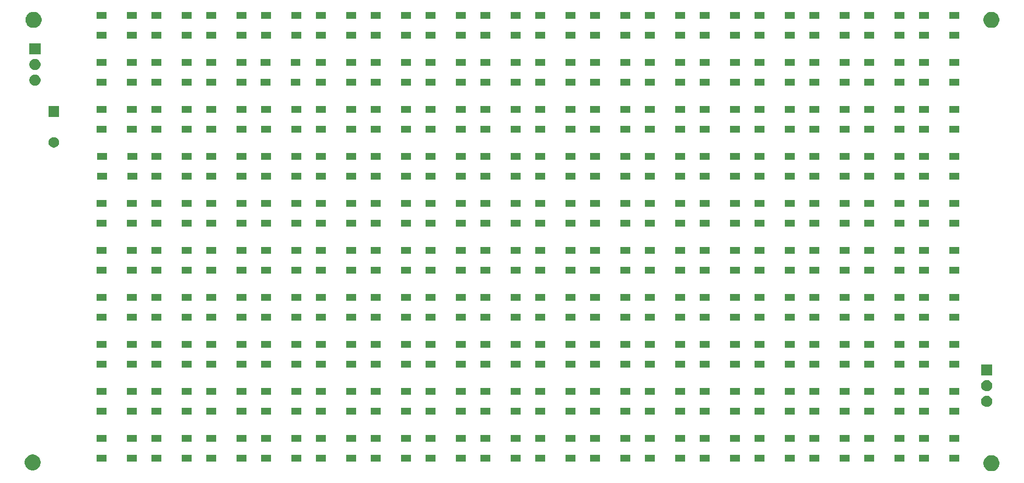
<source format=gbr>
G04 #@! TF.GenerationSoftware,KiCad,Pcbnew,(5.1.5-0-10_14)*
G04 #@! TF.CreationDate,2020-01-02T14:17:50-08:00*
G04 #@! TF.ProjectId,SpectrumAnalyzer,53706563-7472-4756-9d41-6e616c797a65,rev?*
G04 #@! TF.SameCoordinates,Original*
G04 #@! TF.FileFunction,Soldermask,Top*
G04 #@! TF.FilePolarity,Negative*
%FSLAX46Y46*%
G04 Gerber Fmt 4.6, Leading zero omitted, Abs format (unit mm)*
G04 Created by KiCad (PCBNEW (5.1.5-0-10_14)) date 2020-01-02 14:17:50*
%MOMM*%
%LPD*%
G04 APERTURE LIST*
%ADD10C,0.100000*%
G04 APERTURE END LIST*
D10*
G36*
X220978487Y-148481996D02*
G01*
X221215253Y-148580068D01*
X221215255Y-148580069D01*
X221428339Y-148722447D01*
X221609553Y-148903661D01*
X221751932Y-149116747D01*
X221850004Y-149353513D01*
X221900000Y-149604861D01*
X221900000Y-149861139D01*
X221850004Y-150112487D01*
X221804537Y-150222253D01*
X221751931Y-150349255D01*
X221609553Y-150562339D01*
X221428339Y-150743553D01*
X221215255Y-150885931D01*
X221215254Y-150885932D01*
X221215253Y-150885932D01*
X220978487Y-150984004D01*
X220727139Y-151034000D01*
X220470861Y-151034000D01*
X220219513Y-150984004D01*
X219982747Y-150885932D01*
X219982746Y-150885932D01*
X219982745Y-150885931D01*
X219769661Y-150743553D01*
X219588447Y-150562339D01*
X219446069Y-150349255D01*
X219393463Y-150222253D01*
X219347996Y-150112487D01*
X219298000Y-149861139D01*
X219298000Y-149604861D01*
X219347996Y-149353513D01*
X219446068Y-149116747D01*
X219588447Y-148903661D01*
X219769661Y-148722447D01*
X219982745Y-148580069D01*
X219982747Y-148580068D01*
X220219513Y-148481996D01*
X220470861Y-148432000D01*
X220727139Y-148432000D01*
X220978487Y-148481996D01*
G37*
G36*
X65530487Y-148354996D02*
G01*
X65767253Y-148453068D01*
X65767255Y-148453069D01*
X65980339Y-148595447D01*
X66161553Y-148776661D01*
X66246412Y-148903661D01*
X66303932Y-148989747D01*
X66402004Y-149226513D01*
X66452000Y-149477861D01*
X66452000Y-149734139D01*
X66402004Y-149985487D01*
X66349398Y-150112488D01*
X66303931Y-150222255D01*
X66161553Y-150435339D01*
X65980339Y-150616553D01*
X65767255Y-150758931D01*
X65767254Y-150758932D01*
X65767253Y-150758932D01*
X65530487Y-150857004D01*
X65279139Y-150907000D01*
X65022861Y-150907000D01*
X64771513Y-150857004D01*
X64534747Y-150758932D01*
X64534746Y-150758932D01*
X64534745Y-150758931D01*
X64321661Y-150616553D01*
X64140447Y-150435339D01*
X63998069Y-150222255D01*
X63952602Y-150112488D01*
X63899996Y-149985487D01*
X63850000Y-149734139D01*
X63850000Y-149477861D01*
X63899996Y-149226513D01*
X63998068Y-148989747D01*
X64055589Y-148903661D01*
X64140447Y-148776661D01*
X64321661Y-148595447D01*
X64534745Y-148453069D01*
X64534747Y-148453068D01*
X64771513Y-148354996D01*
X65022861Y-148305000D01*
X65279139Y-148305000D01*
X65530487Y-148354996D01*
G37*
G36*
X206451000Y-149471000D02*
G01*
X204849000Y-149471000D01*
X204849000Y-148369000D01*
X206451000Y-148369000D01*
X206451000Y-149471000D01*
G37*
G36*
X201551000Y-149471000D02*
G01*
X199949000Y-149471000D01*
X199949000Y-148369000D01*
X201551000Y-148369000D01*
X201551000Y-149471000D01*
G37*
G36*
X197561000Y-149471000D02*
G01*
X195959000Y-149471000D01*
X195959000Y-148369000D01*
X197561000Y-148369000D01*
X197561000Y-149471000D01*
G37*
G36*
X192661000Y-149471000D02*
G01*
X191059000Y-149471000D01*
X191059000Y-148369000D01*
X192661000Y-148369000D01*
X192661000Y-149471000D01*
G37*
G36*
X188671000Y-149471000D02*
G01*
X187069000Y-149471000D01*
X187069000Y-148369000D01*
X188671000Y-148369000D01*
X188671000Y-149471000D01*
G37*
G36*
X183771000Y-149471000D02*
G01*
X182169000Y-149471000D01*
X182169000Y-148369000D01*
X183771000Y-148369000D01*
X183771000Y-149471000D01*
G37*
G36*
X179781000Y-149471000D02*
G01*
X178179000Y-149471000D01*
X178179000Y-148369000D01*
X179781000Y-148369000D01*
X179781000Y-149471000D01*
G37*
G36*
X174881000Y-149471000D02*
G01*
X173279000Y-149471000D01*
X173279000Y-148369000D01*
X174881000Y-148369000D01*
X174881000Y-149471000D01*
G37*
G36*
X170891000Y-149471000D02*
G01*
X169289000Y-149471000D01*
X169289000Y-148369000D01*
X170891000Y-148369000D01*
X170891000Y-149471000D01*
G37*
G36*
X165991000Y-149471000D02*
G01*
X164389000Y-149471000D01*
X164389000Y-148369000D01*
X165991000Y-148369000D01*
X165991000Y-149471000D01*
G37*
G36*
X162001000Y-149471000D02*
G01*
X160399000Y-149471000D01*
X160399000Y-148369000D01*
X162001000Y-148369000D01*
X162001000Y-149471000D01*
G37*
G36*
X157101000Y-149471000D02*
G01*
X155499000Y-149471000D01*
X155499000Y-148369000D01*
X157101000Y-148369000D01*
X157101000Y-149471000D01*
G37*
G36*
X153111000Y-149471000D02*
G01*
X151509000Y-149471000D01*
X151509000Y-148369000D01*
X153111000Y-148369000D01*
X153111000Y-149471000D01*
G37*
G36*
X148211000Y-149471000D02*
G01*
X146609000Y-149471000D01*
X146609000Y-148369000D01*
X148211000Y-148369000D01*
X148211000Y-149471000D01*
G37*
G36*
X144221000Y-149471000D02*
G01*
X142619000Y-149471000D01*
X142619000Y-148369000D01*
X144221000Y-148369000D01*
X144221000Y-149471000D01*
G37*
G36*
X139321000Y-149471000D02*
G01*
X137719000Y-149471000D01*
X137719000Y-148369000D01*
X139321000Y-148369000D01*
X139321000Y-149471000D01*
G37*
G36*
X135331000Y-149471000D02*
G01*
X133729000Y-149471000D01*
X133729000Y-148369000D01*
X135331000Y-148369000D01*
X135331000Y-149471000D01*
G37*
G36*
X130431000Y-149471000D02*
G01*
X128829000Y-149471000D01*
X128829000Y-148369000D01*
X130431000Y-148369000D01*
X130431000Y-149471000D01*
G37*
G36*
X126441000Y-149471000D02*
G01*
X124839000Y-149471000D01*
X124839000Y-148369000D01*
X126441000Y-148369000D01*
X126441000Y-149471000D01*
G37*
G36*
X121541000Y-149471000D02*
G01*
X119939000Y-149471000D01*
X119939000Y-148369000D01*
X121541000Y-148369000D01*
X121541000Y-149471000D01*
G37*
G36*
X117551000Y-149471000D02*
G01*
X115949000Y-149471000D01*
X115949000Y-148369000D01*
X117551000Y-148369000D01*
X117551000Y-149471000D01*
G37*
G36*
X112651000Y-149471000D02*
G01*
X111049000Y-149471000D01*
X111049000Y-148369000D01*
X112651000Y-148369000D01*
X112651000Y-149471000D01*
G37*
G36*
X108661000Y-149471000D02*
G01*
X107059000Y-149471000D01*
X107059000Y-148369000D01*
X108661000Y-148369000D01*
X108661000Y-149471000D01*
G37*
G36*
X103761000Y-149471000D02*
G01*
X102159000Y-149471000D01*
X102159000Y-148369000D01*
X103761000Y-148369000D01*
X103761000Y-149471000D01*
G37*
G36*
X99771000Y-149471000D02*
G01*
X98169000Y-149471000D01*
X98169000Y-148369000D01*
X99771000Y-148369000D01*
X99771000Y-149471000D01*
G37*
G36*
X94871000Y-149471000D02*
G01*
X93269000Y-149471000D01*
X93269000Y-148369000D01*
X94871000Y-148369000D01*
X94871000Y-149471000D01*
G37*
G36*
X90881000Y-149471000D02*
G01*
X89279000Y-149471000D01*
X89279000Y-148369000D01*
X90881000Y-148369000D01*
X90881000Y-149471000D01*
G37*
G36*
X85981000Y-149471000D02*
G01*
X84379000Y-149471000D01*
X84379000Y-148369000D01*
X85981000Y-148369000D01*
X85981000Y-149471000D01*
G37*
G36*
X81991000Y-149471000D02*
G01*
X80389000Y-149471000D01*
X80389000Y-148369000D01*
X81991000Y-148369000D01*
X81991000Y-149471000D01*
G37*
G36*
X77091000Y-149471000D02*
G01*
X75489000Y-149471000D01*
X75489000Y-148369000D01*
X77091000Y-148369000D01*
X77091000Y-149471000D01*
G37*
G36*
X210441000Y-149471000D02*
G01*
X208839000Y-149471000D01*
X208839000Y-148369000D01*
X210441000Y-148369000D01*
X210441000Y-149471000D01*
G37*
G36*
X215341000Y-149471000D02*
G01*
X213739000Y-149471000D01*
X213739000Y-148369000D01*
X215341000Y-148369000D01*
X215341000Y-149471000D01*
G37*
G36*
X117551000Y-146271000D02*
G01*
X115949000Y-146271000D01*
X115949000Y-145169000D01*
X117551000Y-145169000D01*
X117551000Y-146271000D01*
G37*
G36*
X210441000Y-146271000D02*
G01*
X208839000Y-146271000D01*
X208839000Y-145169000D01*
X210441000Y-145169000D01*
X210441000Y-146271000D01*
G37*
G36*
X215341000Y-146271000D02*
G01*
X213739000Y-146271000D01*
X213739000Y-145169000D01*
X215341000Y-145169000D01*
X215341000Y-146271000D01*
G37*
G36*
X201551000Y-146271000D02*
G01*
X199949000Y-146271000D01*
X199949000Y-145169000D01*
X201551000Y-145169000D01*
X201551000Y-146271000D01*
G37*
G36*
X206451000Y-146271000D02*
G01*
X204849000Y-146271000D01*
X204849000Y-145169000D01*
X206451000Y-145169000D01*
X206451000Y-146271000D01*
G37*
G36*
X192661000Y-146271000D02*
G01*
X191059000Y-146271000D01*
X191059000Y-145169000D01*
X192661000Y-145169000D01*
X192661000Y-146271000D01*
G37*
G36*
X197561000Y-146271000D02*
G01*
X195959000Y-146271000D01*
X195959000Y-145169000D01*
X197561000Y-145169000D01*
X197561000Y-146271000D01*
G37*
G36*
X183771000Y-146271000D02*
G01*
X182169000Y-146271000D01*
X182169000Y-145169000D01*
X183771000Y-145169000D01*
X183771000Y-146271000D01*
G37*
G36*
X188671000Y-146271000D02*
G01*
X187069000Y-146271000D01*
X187069000Y-145169000D01*
X188671000Y-145169000D01*
X188671000Y-146271000D01*
G37*
G36*
X179781000Y-146271000D02*
G01*
X178179000Y-146271000D01*
X178179000Y-145169000D01*
X179781000Y-145169000D01*
X179781000Y-146271000D01*
G37*
G36*
X174881000Y-146271000D02*
G01*
X173279000Y-146271000D01*
X173279000Y-145169000D01*
X174881000Y-145169000D01*
X174881000Y-146271000D01*
G37*
G36*
X170891000Y-146271000D02*
G01*
X169289000Y-146271000D01*
X169289000Y-145169000D01*
X170891000Y-145169000D01*
X170891000Y-146271000D01*
G37*
G36*
X81991000Y-146271000D02*
G01*
X80389000Y-146271000D01*
X80389000Y-145169000D01*
X81991000Y-145169000D01*
X81991000Y-146271000D01*
G37*
G36*
X165991000Y-146271000D02*
G01*
X164389000Y-146271000D01*
X164389000Y-145169000D01*
X165991000Y-145169000D01*
X165991000Y-146271000D01*
G37*
G36*
X77091000Y-146271000D02*
G01*
X75489000Y-146271000D01*
X75489000Y-145169000D01*
X77091000Y-145169000D01*
X77091000Y-146271000D01*
G37*
G36*
X162001000Y-146271000D02*
G01*
X160399000Y-146271000D01*
X160399000Y-145169000D01*
X162001000Y-145169000D01*
X162001000Y-146271000D01*
G37*
G36*
X157101000Y-146271000D02*
G01*
X155499000Y-146271000D01*
X155499000Y-145169000D01*
X157101000Y-145169000D01*
X157101000Y-146271000D01*
G37*
G36*
X153111000Y-146271000D02*
G01*
X151509000Y-146271000D01*
X151509000Y-145169000D01*
X153111000Y-145169000D01*
X153111000Y-146271000D01*
G37*
G36*
X90881000Y-146271000D02*
G01*
X89279000Y-146271000D01*
X89279000Y-145169000D01*
X90881000Y-145169000D01*
X90881000Y-146271000D01*
G37*
G36*
X148211000Y-146271000D02*
G01*
X146609000Y-146271000D01*
X146609000Y-145169000D01*
X148211000Y-145169000D01*
X148211000Y-146271000D01*
G37*
G36*
X85981000Y-146271000D02*
G01*
X84379000Y-146271000D01*
X84379000Y-145169000D01*
X85981000Y-145169000D01*
X85981000Y-146271000D01*
G37*
G36*
X144221000Y-146271000D02*
G01*
X142619000Y-146271000D01*
X142619000Y-145169000D01*
X144221000Y-145169000D01*
X144221000Y-146271000D01*
G37*
G36*
X99771000Y-146271000D02*
G01*
X98169000Y-146271000D01*
X98169000Y-145169000D01*
X99771000Y-145169000D01*
X99771000Y-146271000D01*
G37*
G36*
X139321000Y-146271000D02*
G01*
X137719000Y-146271000D01*
X137719000Y-145169000D01*
X139321000Y-145169000D01*
X139321000Y-146271000D01*
G37*
G36*
X94871000Y-146271000D02*
G01*
X93269000Y-146271000D01*
X93269000Y-145169000D01*
X94871000Y-145169000D01*
X94871000Y-146271000D01*
G37*
G36*
X135331000Y-146271000D02*
G01*
X133729000Y-146271000D01*
X133729000Y-145169000D01*
X135331000Y-145169000D01*
X135331000Y-146271000D01*
G37*
G36*
X108661000Y-146271000D02*
G01*
X107059000Y-146271000D01*
X107059000Y-145169000D01*
X108661000Y-145169000D01*
X108661000Y-146271000D01*
G37*
G36*
X130431000Y-146271000D02*
G01*
X128829000Y-146271000D01*
X128829000Y-145169000D01*
X130431000Y-145169000D01*
X130431000Y-146271000D01*
G37*
G36*
X103761000Y-146271000D02*
G01*
X102159000Y-146271000D01*
X102159000Y-145169000D01*
X103761000Y-145169000D01*
X103761000Y-146271000D01*
G37*
G36*
X126441000Y-146271000D02*
G01*
X124839000Y-146271000D01*
X124839000Y-145169000D01*
X126441000Y-145169000D01*
X126441000Y-146271000D01*
G37*
G36*
X121541000Y-146271000D02*
G01*
X119939000Y-146271000D01*
X119939000Y-145169000D01*
X121541000Y-145169000D01*
X121541000Y-146271000D01*
G37*
G36*
X112651000Y-146271000D02*
G01*
X111049000Y-146271000D01*
X111049000Y-145169000D01*
X112651000Y-145169000D01*
X112651000Y-146271000D01*
G37*
G36*
X126441000Y-141851000D02*
G01*
X124839000Y-141851000D01*
X124839000Y-140749000D01*
X126441000Y-140749000D01*
X126441000Y-141851000D01*
G37*
G36*
X206451000Y-141851000D02*
G01*
X204849000Y-141851000D01*
X204849000Y-140749000D01*
X206451000Y-140749000D01*
X206451000Y-141851000D01*
G37*
G36*
X121541000Y-141851000D02*
G01*
X119939000Y-141851000D01*
X119939000Y-140749000D01*
X121541000Y-140749000D01*
X121541000Y-141851000D01*
G37*
G36*
X165991000Y-141851000D02*
G01*
X164389000Y-141851000D01*
X164389000Y-140749000D01*
X165991000Y-140749000D01*
X165991000Y-141851000D01*
G37*
G36*
X170891000Y-141851000D02*
G01*
X169289000Y-141851000D01*
X169289000Y-140749000D01*
X170891000Y-140749000D01*
X170891000Y-141851000D01*
G37*
G36*
X135331000Y-141851000D02*
G01*
X133729000Y-141851000D01*
X133729000Y-140749000D01*
X135331000Y-140749000D01*
X135331000Y-141851000D01*
G37*
G36*
X130431000Y-141851000D02*
G01*
X128829000Y-141851000D01*
X128829000Y-140749000D01*
X130431000Y-140749000D01*
X130431000Y-141851000D01*
G37*
G36*
X112651000Y-141851000D02*
G01*
X111049000Y-141851000D01*
X111049000Y-140749000D01*
X112651000Y-140749000D01*
X112651000Y-141851000D01*
G37*
G36*
X117551000Y-141851000D02*
G01*
X115949000Y-141851000D01*
X115949000Y-140749000D01*
X117551000Y-140749000D01*
X117551000Y-141851000D01*
G37*
G36*
X144221000Y-141851000D02*
G01*
X142619000Y-141851000D01*
X142619000Y-140749000D01*
X144221000Y-140749000D01*
X144221000Y-141851000D01*
G37*
G36*
X139321000Y-141851000D02*
G01*
X137719000Y-141851000D01*
X137719000Y-140749000D01*
X139321000Y-140749000D01*
X139321000Y-141851000D01*
G37*
G36*
X153111000Y-141851000D02*
G01*
X151509000Y-141851000D01*
X151509000Y-140749000D01*
X153111000Y-140749000D01*
X153111000Y-141851000D01*
G37*
G36*
X148211000Y-141851000D02*
G01*
X146609000Y-141851000D01*
X146609000Y-140749000D01*
X148211000Y-140749000D01*
X148211000Y-141851000D01*
G37*
G36*
X103761000Y-141851000D02*
G01*
X102159000Y-141851000D01*
X102159000Y-140749000D01*
X103761000Y-140749000D01*
X103761000Y-141851000D01*
G37*
G36*
X108661000Y-141851000D02*
G01*
X107059000Y-141851000D01*
X107059000Y-140749000D01*
X108661000Y-140749000D01*
X108661000Y-141851000D01*
G37*
G36*
X215341000Y-141851000D02*
G01*
X213739000Y-141851000D01*
X213739000Y-140749000D01*
X215341000Y-140749000D01*
X215341000Y-141851000D01*
G37*
G36*
X210441000Y-141851000D02*
G01*
X208839000Y-141851000D01*
X208839000Y-140749000D01*
X210441000Y-140749000D01*
X210441000Y-141851000D01*
G37*
G36*
X162001000Y-141851000D02*
G01*
X160399000Y-141851000D01*
X160399000Y-140749000D01*
X162001000Y-140749000D01*
X162001000Y-141851000D01*
G37*
G36*
X157101000Y-141851000D02*
G01*
X155499000Y-141851000D01*
X155499000Y-140749000D01*
X157101000Y-140749000D01*
X157101000Y-141851000D01*
G37*
G36*
X94871000Y-141851000D02*
G01*
X93269000Y-141851000D01*
X93269000Y-140749000D01*
X94871000Y-140749000D01*
X94871000Y-141851000D01*
G37*
G36*
X99771000Y-141851000D02*
G01*
X98169000Y-141851000D01*
X98169000Y-140749000D01*
X99771000Y-140749000D01*
X99771000Y-141851000D01*
G37*
G36*
X179781000Y-141851000D02*
G01*
X178179000Y-141851000D01*
X178179000Y-140749000D01*
X179781000Y-140749000D01*
X179781000Y-141851000D01*
G37*
G36*
X174881000Y-141851000D02*
G01*
X173279000Y-141851000D01*
X173279000Y-140749000D01*
X174881000Y-140749000D01*
X174881000Y-141851000D01*
G37*
G36*
X201551000Y-141851000D02*
G01*
X199949000Y-141851000D01*
X199949000Y-140749000D01*
X201551000Y-140749000D01*
X201551000Y-141851000D01*
G37*
G36*
X77091000Y-141851000D02*
G01*
X75489000Y-141851000D01*
X75489000Y-140749000D01*
X77091000Y-140749000D01*
X77091000Y-141851000D01*
G37*
G36*
X81991000Y-141851000D02*
G01*
X80389000Y-141851000D01*
X80389000Y-140749000D01*
X81991000Y-140749000D01*
X81991000Y-141851000D01*
G37*
G36*
X85981000Y-141851000D02*
G01*
X84379000Y-141851000D01*
X84379000Y-140749000D01*
X85981000Y-140749000D01*
X85981000Y-141851000D01*
G37*
G36*
X90881000Y-141851000D02*
G01*
X89279000Y-141851000D01*
X89279000Y-140749000D01*
X90881000Y-140749000D01*
X90881000Y-141851000D01*
G37*
G36*
X188671000Y-141851000D02*
G01*
X187069000Y-141851000D01*
X187069000Y-140749000D01*
X188671000Y-140749000D01*
X188671000Y-141851000D01*
G37*
G36*
X183771000Y-141851000D02*
G01*
X182169000Y-141851000D01*
X182169000Y-140749000D01*
X183771000Y-140749000D01*
X183771000Y-141851000D01*
G37*
G36*
X197561000Y-141851000D02*
G01*
X195959000Y-141851000D01*
X195959000Y-140749000D01*
X197561000Y-140749000D01*
X197561000Y-141851000D01*
G37*
G36*
X192661000Y-141851000D02*
G01*
X191059000Y-141851000D01*
X191059000Y-140749000D01*
X192661000Y-140749000D01*
X192661000Y-141851000D01*
G37*
G36*
X219950512Y-138803927D02*
G01*
X220099812Y-138833624D01*
X220263784Y-138901544D01*
X220411354Y-139000147D01*
X220536853Y-139125646D01*
X220635456Y-139273216D01*
X220703376Y-139437188D01*
X220738000Y-139611259D01*
X220738000Y-139788741D01*
X220703376Y-139962812D01*
X220635456Y-140126784D01*
X220536853Y-140274354D01*
X220411354Y-140399853D01*
X220263784Y-140498456D01*
X220099812Y-140566376D01*
X219950512Y-140596073D01*
X219925742Y-140601000D01*
X219748258Y-140601000D01*
X219723488Y-140596073D01*
X219574188Y-140566376D01*
X219410216Y-140498456D01*
X219262646Y-140399853D01*
X219137147Y-140274354D01*
X219038544Y-140126784D01*
X218970624Y-139962812D01*
X218936000Y-139788741D01*
X218936000Y-139611259D01*
X218970624Y-139437188D01*
X219038544Y-139273216D01*
X219137147Y-139125646D01*
X219262646Y-139000147D01*
X219410216Y-138901544D01*
X219574188Y-138833624D01*
X219723488Y-138803927D01*
X219748258Y-138799000D01*
X219925742Y-138799000D01*
X219950512Y-138803927D01*
G37*
G36*
X157101000Y-138651000D02*
G01*
X155499000Y-138651000D01*
X155499000Y-137549000D01*
X157101000Y-137549000D01*
X157101000Y-138651000D01*
G37*
G36*
X170891000Y-138651000D02*
G01*
X169289000Y-138651000D01*
X169289000Y-137549000D01*
X170891000Y-137549000D01*
X170891000Y-138651000D01*
G37*
G36*
X215341000Y-138651000D02*
G01*
X213739000Y-138651000D01*
X213739000Y-137549000D01*
X215341000Y-137549000D01*
X215341000Y-138651000D01*
G37*
G36*
X162001000Y-138651000D02*
G01*
X160399000Y-138651000D01*
X160399000Y-137549000D01*
X162001000Y-137549000D01*
X162001000Y-138651000D01*
G37*
G36*
X210441000Y-138651000D02*
G01*
X208839000Y-138651000D01*
X208839000Y-137549000D01*
X210441000Y-137549000D01*
X210441000Y-138651000D01*
G37*
G36*
X206451000Y-138651000D02*
G01*
X204849000Y-138651000D01*
X204849000Y-137549000D01*
X206451000Y-137549000D01*
X206451000Y-138651000D01*
G37*
G36*
X201551000Y-138651000D02*
G01*
X199949000Y-138651000D01*
X199949000Y-137549000D01*
X201551000Y-137549000D01*
X201551000Y-138651000D01*
G37*
G36*
X197561000Y-138651000D02*
G01*
X195959000Y-138651000D01*
X195959000Y-137549000D01*
X197561000Y-137549000D01*
X197561000Y-138651000D01*
G37*
G36*
X192661000Y-138651000D02*
G01*
X191059000Y-138651000D01*
X191059000Y-137549000D01*
X192661000Y-137549000D01*
X192661000Y-138651000D01*
G37*
G36*
X188671000Y-138651000D02*
G01*
X187069000Y-138651000D01*
X187069000Y-137549000D01*
X188671000Y-137549000D01*
X188671000Y-138651000D01*
G37*
G36*
X183771000Y-138651000D02*
G01*
X182169000Y-138651000D01*
X182169000Y-137549000D01*
X183771000Y-137549000D01*
X183771000Y-138651000D01*
G37*
G36*
X179781000Y-138651000D02*
G01*
X178179000Y-138651000D01*
X178179000Y-137549000D01*
X179781000Y-137549000D01*
X179781000Y-138651000D01*
G37*
G36*
X174881000Y-138651000D02*
G01*
X173279000Y-138651000D01*
X173279000Y-137549000D01*
X174881000Y-137549000D01*
X174881000Y-138651000D01*
G37*
G36*
X148211000Y-138651000D02*
G01*
X146609000Y-138651000D01*
X146609000Y-137549000D01*
X148211000Y-137549000D01*
X148211000Y-138651000D01*
G37*
G36*
X153111000Y-138651000D02*
G01*
X151509000Y-138651000D01*
X151509000Y-137549000D01*
X153111000Y-137549000D01*
X153111000Y-138651000D01*
G37*
G36*
X165991000Y-138651000D02*
G01*
X164389000Y-138651000D01*
X164389000Y-137549000D01*
X165991000Y-137549000D01*
X165991000Y-138651000D01*
G37*
G36*
X139321000Y-138651000D02*
G01*
X137719000Y-138651000D01*
X137719000Y-137549000D01*
X139321000Y-137549000D01*
X139321000Y-138651000D01*
G37*
G36*
X144221000Y-138651000D02*
G01*
X142619000Y-138651000D01*
X142619000Y-137549000D01*
X144221000Y-137549000D01*
X144221000Y-138651000D01*
G37*
G36*
X135331000Y-138651000D02*
G01*
X133729000Y-138651000D01*
X133729000Y-137549000D01*
X135331000Y-137549000D01*
X135331000Y-138651000D01*
G37*
G36*
X130431000Y-138651000D02*
G01*
X128829000Y-138651000D01*
X128829000Y-137549000D01*
X130431000Y-137549000D01*
X130431000Y-138651000D01*
G37*
G36*
X126441000Y-138651000D02*
G01*
X124839000Y-138651000D01*
X124839000Y-137549000D01*
X126441000Y-137549000D01*
X126441000Y-138651000D01*
G37*
G36*
X121541000Y-138651000D02*
G01*
X119939000Y-138651000D01*
X119939000Y-137549000D01*
X121541000Y-137549000D01*
X121541000Y-138651000D01*
G37*
G36*
X117551000Y-138651000D02*
G01*
X115949000Y-138651000D01*
X115949000Y-137549000D01*
X117551000Y-137549000D01*
X117551000Y-138651000D01*
G37*
G36*
X112651000Y-138651000D02*
G01*
X111049000Y-138651000D01*
X111049000Y-137549000D01*
X112651000Y-137549000D01*
X112651000Y-138651000D01*
G37*
G36*
X108661000Y-138651000D02*
G01*
X107059000Y-138651000D01*
X107059000Y-137549000D01*
X108661000Y-137549000D01*
X108661000Y-138651000D01*
G37*
G36*
X103761000Y-138651000D02*
G01*
X102159000Y-138651000D01*
X102159000Y-137549000D01*
X103761000Y-137549000D01*
X103761000Y-138651000D01*
G37*
G36*
X99771000Y-138651000D02*
G01*
X98169000Y-138651000D01*
X98169000Y-137549000D01*
X99771000Y-137549000D01*
X99771000Y-138651000D01*
G37*
G36*
X94871000Y-138651000D02*
G01*
X93269000Y-138651000D01*
X93269000Y-137549000D01*
X94871000Y-137549000D01*
X94871000Y-138651000D01*
G37*
G36*
X90881000Y-138651000D02*
G01*
X89279000Y-138651000D01*
X89279000Y-137549000D01*
X90881000Y-137549000D01*
X90881000Y-138651000D01*
G37*
G36*
X85981000Y-138651000D02*
G01*
X84379000Y-138651000D01*
X84379000Y-137549000D01*
X85981000Y-137549000D01*
X85981000Y-138651000D01*
G37*
G36*
X81991000Y-138651000D02*
G01*
X80389000Y-138651000D01*
X80389000Y-137549000D01*
X81991000Y-137549000D01*
X81991000Y-138651000D01*
G37*
G36*
X77091000Y-138651000D02*
G01*
X75489000Y-138651000D01*
X75489000Y-137549000D01*
X77091000Y-137549000D01*
X77091000Y-138651000D01*
G37*
G36*
X219950512Y-136263927D02*
G01*
X220099812Y-136293624D01*
X220263784Y-136361544D01*
X220411354Y-136460147D01*
X220536853Y-136585646D01*
X220635456Y-136733216D01*
X220703376Y-136897188D01*
X220738000Y-137071259D01*
X220738000Y-137248741D01*
X220703376Y-137422812D01*
X220635456Y-137586784D01*
X220536853Y-137734354D01*
X220411354Y-137859853D01*
X220263784Y-137958456D01*
X220099812Y-138026376D01*
X219950512Y-138056073D01*
X219925742Y-138061000D01*
X219748258Y-138061000D01*
X219723488Y-138056073D01*
X219574188Y-138026376D01*
X219410216Y-137958456D01*
X219262646Y-137859853D01*
X219137147Y-137734354D01*
X219038544Y-137586784D01*
X218970624Y-137422812D01*
X218936000Y-137248741D01*
X218936000Y-137071259D01*
X218970624Y-136897188D01*
X219038544Y-136733216D01*
X219137147Y-136585646D01*
X219262646Y-136460147D01*
X219410216Y-136361544D01*
X219574188Y-136293624D01*
X219723488Y-136263927D01*
X219748258Y-136259000D01*
X219925742Y-136259000D01*
X219950512Y-136263927D01*
G37*
G36*
X220738000Y-135521000D02*
G01*
X218936000Y-135521000D01*
X218936000Y-133719000D01*
X220738000Y-133719000D01*
X220738000Y-135521000D01*
G37*
G36*
X99771000Y-134231000D02*
G01*
X98169000Y-134231000D01*
X98169000Y-133129000D01*
X99771000Y-133129000D01*
X99771000Y-134231000D01*
G37*
G36*
X108661000Y-134231000D02*
G01*
X107059000Y-134231000D01*
X107059000Y-133129000D01*
X108661000Y-133129000D01*
X108661000Y-134231000D01*
G37*
G36*
X157101000Y-134231000D02*
G01*
X155499000Y-134231000D01*
X155499000Y-133129000D01*
X157101000Y-133129000D01*
X157101000Y-134231000D01*
G37*
G36*
X162001000Y-134231000D02*
G01*
X160399000Y-134231000D01*
X160399000Y-133129000D01*
X162001000Y-133129000D01*
X162001000Y-134231000D01*
G37*
G36*
X148211000Y-134231000D02*
G01*
X146609000Y-134231000D01*
X146609000Y-133129000D01*
X148211000Y-133129000D01*
X148211000Y-134231000D01*
G37*
G36*
X153111000Y-134231000D02*
G01*
X151509000Y-134231000D01*
X151509000Y-133129000D01*
X153111000Y-133129000D01*
X153111000Y-134231000D01*
G37*
G36*
X139321000Y-134231000D02*
G01*
X137719000Y-134231000D01*
X137719000Y-133129000D01*
X139321000Y-133129000D01*
X139321000Y-134231000D01*
G37*
G36*
X210441000Y-134231000D02*
G01*
X208839000Y-134231000D01*
X208839000Y-133129000D01*
X210441000Y-133129000D01*
X210441000Y-134231000D01*
G37*
G36*
X144221000Y-134231000D02*
G01*
X142619000Y-134231000D01*
X142619000Y-133129000D01*
X144221000Y-133129000D01*
X144221000Y-134231000D01*
G37*
G36*
X215341000Y-134231000D02*
G01*
X213739000Y-134231000D01*
X213739000Y-133129000D01*
X215341000Y-133129000D01*
X215341000Y-134231000D01*
G37*
G36*
X170891000Y-134231000D02*
G01*
X169289000Y-134231000D01*
X169289000Y-133129000D01*
X170891000Y-133129000D01*
X170891000Y-134231000D01*
G37*
G36*
X165991000Y-134231000D02*
G01*
X164389000Y-134231000D01*
X164389000Y-133129000D01*
X165991000Y-133129000D01*
X165991000Y-134231000D01*
G37*
G36*
X130431000Y-134231000D02*
G01*
X128829000Y-134231000D01*
X128829000Y-133129000D01*
X130431000Y-133129000D01*
X130431000Y-134231000D01*
G37*
G36*
X135331000Y-134231000D02*
G01*
X133729000Y-134231000D01*
X133729000Y-133129000D01*
X135331000Y-133129000D01*
X135331000Y-134231000D01*
G37*
G36*
X121541000Y-134231000D02*
G01*
X119939000Y-134231000D01*
X119939000Y-133129000D01*
X121541000Y-133129000D01*
X121541000Y-134231000D01*
G37*
G36*
X126441000Y-134231000D02*
G01*
X124839000Y-134231000D01*
X124839000Y-133129000D01*
X126441000Y-133129000D01*
X126441000Y-134231000D01*
G37*
G36*
X206451000Y-134231000D02*
G01*
X204849000Y-134231000D01*
X204849000Y-133129000D01*
X206451000Y-133129000D01*
X206451000Y-134231000D01*
G37*
G36*
X201551000Y-134231000D02*
G01*
X199949000Y-134231000D01*
X199949000Y-133129000D01*
X201551000Y-133129000D01*
X201551000Y-134231000D01*
G37*
G36*
X197561000Y-134231000D02*
G01*
X195959000Y-134231000D01*
X195959000Y-133129000D01*
X197561000Y-133129000D01*
X197561000Y-134231000D01*
G37*
G36*
X192661000Y-134231000D02*
G01*
X191059000Y-134231000D01*
X191059000Y-133129000D01*
X192661000Y-133129000D01*
X192661000Y-134231000D01*
G37*
G36*
X188671000Y-134231000D02*
G01*
X187069000Y-134231000D01*
X187069000Y-133129000D01*
X188671000Y-133129000D01*
X188671000Y-134231000D01*
G37*
G36*
X183771000Y-134231000D02*
G01*
X182169000Y-134231000D01*
X182169000Y-133129000D01*
X183771000Y-133129000D01*
X183771000Y-134231000D01*
G37*
G36*
X112651000Y-134231000D02*
G01*
X111049000Y-134231000D01*
X111049000Y-133129000D01*
X112651000Y-133129000D01*
X112651000Y-134231000D01*
G37*
G36*
X117551000Y-134231000D02*
G01*
X115949000Y-134231000D01*
X115949000Y-133129000D01*
X117551000Y-133129000D01*
X117551000Y-134231000D01*
G37*
G36*
X179781000Y-134231000D02*
G01*
X178179000Y-134231000D01*
X178179000Y-133129000D01*
X179781000Y-133129000D01*
X179781000Y-134231000D01*
G37*
G36*
X174881000Y-134231000D02*
G01*
X173279000Y-134231000D01*
X173279000Y-133129000D01*
X174881000Y-133129000D01*
X174881000Y-134231000D01*
G37*
G36*
X103761000Y-134231000D02*
G01*
X102159000Y-134231000D01*
X102159000Y-133129000D01*
X103761000Y-133129000D01*
X103761000Y-134231000D01*
G37*
G36*
X94871000Y-134231000D02*
G01*
X93269000Y-134231000D01*
X93269000Y-133129000D01*
X94871000Y-133129000D01*
X94871000Y-134231000D01*
G37*
G36*
X85981000Y-134231000D02*
G01*
X84379000Y-134231000D01*
X84379000Y-133129000D01*
X85981000Y-133129000D01*
X85981000Y-134231000D01*
G37*
G36*
X90881000Y-134231000D02*
G01*
X89279000Y-134231000D01*
X89279000Y-133129000D01*
X90881000Y-133129000D01*
X90881000Y-134231000D01*
G37*
G36*
X81991000Y-134231000D02*
G01*
X80389000Y-134231000D01*
X80389000Y-133129000D01*
X81991000Y-133129000D01*
X81991000Y-134231000D01*
G37*
G36*
X77091000Y-134231000D02*
G01*
X75489000Y-134231000D01*
X75489000Y-133129000D01*
X77091000Y-133129000D01*
X77091000Y-134231000D01*
G37*
G36*
X90881000Y-131031000D02*
G01*
X89279000Y-131031000D01*
X89279000Y-129929000D01*
X90881000Y-129929000D01*
X90881000Y-131031000D01*
G37*
G36*
X117551000Y-131031000D02*
G01*
X115949000Y-131031000D01*
X115949000Y-129929000D01*
X117551000Y-129929000D01*
X117551000Y-131031000D01*
G37*
G36*
X157101000Y-131031000D02*
G01*
X155499000Y-131031000D01*
X155499000Y-129929000D01*
X157101000Y-129929000D01*
X157101000Y-131031000D01*
G37*
G36*
X81991000Y-131031000D02*
G01*
X80389000Y-131031000D01*
X80389000Y-129929000D01*
X81991000Y-129929000D01*
X81991000Y-131031000D01*
G37*
G36*
X162001000Y-131031000D02*
G01*
X160399000Y-131031000D01*
X160399000Y-129929000D01*
X162001000Y-129929000D01*
X162001000Y-131031000D01*
G37*
G36*
X94871000Y-131031000D02*
G01*
X93269000Y-131031000D01*
X93269000Y-129929000D01*
X94871000Y-129929000D01*
X94871000Y-131031000D01*
G37*
G36*
X77091000Y-131031000D02*
G01*
X75489000Y-131031000D01*
X75489000Y-129929000D01*
X77091000Y-129929000D01*
X77091000Y-131031000D01*
G37*
G36*
X192661000Y-131031000D02*
G01*
X191059000Y-131031000D01*
X191059000Y-129929000D01*
X192661000Y-129929000D01*
X192661000Y-131031000D01*
G37*
G36*
X148211000Y-131031000D02*
G01*
X146609000Y-131031000D01*
X146609000Y-129929000D01*
X148211000Y-129929000D01*
X148211000Y-131031000D01*
G37*
G36*
X197561000Y-131031000D02*
G01*
X195959000Y-131031000D01*
X195959000Y-129929000D01*
X197561000Y-129929000D01*
X197561000Y-131031000D01*
G37*
G36*
X201551000Y-131031000D02*
G01*
X199949000Y-131031000D01*
X199949000Y-129929000D01*
X201551000Y-129929000D01*
X201551000Y-131031000D01*
G37*
G36*
X206451000Y-131031000D02*
G01*
X204849000Y-131031000D01*
X204849000Y-129929000D01*
X206451000Y-129929000D01*
X206451000Y-131031000D01*
G37*
G36*
X210441000Y-131031000D02*
G01*
X208839000Y-131031000D01*
X208839000Y-129929000D01*
X210441000Y-129929000D01*
X210441000Y-131031000D01*
G37*
G36*
X215341000Y-131031000D02*
G01*
X213739000Y-131031000D01*
X213739000Y-129929000D01*
X215341000Y-129929000D01*
X215341000Y-131031000D01*
G37*
G36*
X153111000Y-131031000D02*
G01*
X151509000Y-131031000D01*
X151509000Y-129929000D01*
X153111000Y-129929000D01*
X153111000Y-131031000D01*
G37*
G36*
X188671000Y-131031000D02*
G01*
X187069000Y-131031000D01*
X187069000Y-129929000D01*
X188671000Y-129929000D01*
X188671000Y-131031000D01*
G37*
G36*
X183771000Y-131031000D02*
G01*
X182169000Y-131031000D01*
X182169000Y-129929000D01*
X183771000Y-129929000D01*
X183771000Y-131031000D01*
G37*
G36*
X99771000Y-131031000D02*
G01*
X98169000Y-131031000D01*
X98169000Y-129929000D01*
X99771000Y-129929000D01*
X99771000Y-131031000D01*
G37*
G36*
X139321000Y-131031000D02*
G01*
X137719000Y-131031000D01*
X137719000Y-129929000D01*
X139321000Y-129929000D01*
X139321000Y-131031000D01*
G37*
G36*
X144221000Y-131031000D02*
G01*
X142619000Y-131031000D01*
X142619000Y-129929000D01*
X144221000Y-129929000D01*
X144221000Y-131031000D01*
G37*
G36*
X85981000Y-131031000D02*
G01*
X84379000Y-131031000D01*
X84379000Y-129929000D01*
X85981000Y-129929000D01*
X85981000Y-131031000D01*
G37*
G36*
X179781000Y-131031000D02*
G01*
X178179000Y-131031000D01*
X178179000Y-129929000D01*
X179781000Y-129929000D01*
X179781000Y-131031000D01*
G37*
G36*
X170891000Y-131031000D02*
G01*
X169289000Y-131031000D01*
X169289000Y-129929000D01*
X170891000Y-129929000D01*
X170891000Y-131031000D01*
G37*
G36*
X165991000Y-131031000D02*
G01*
X164389000Y-131031000D01*
X164389000Y-129929000D01*
X165991000Y-129929000D01*
X165991000Y-131031000D01*
G37*
G36*
X130431000Y-131031000D02*
G01*
X128829000Y-131031000D01*
X128829000Y-129929000D01*
X130431000Y-129929000D01*
X130431000Y-131031000D01*
G37*
G36*
X174881000Y-131031000D02*
G01*
X173279000Y-131031000D01*
X173279000Y-129929000D01*
X174881000Y-129929000D01*
X174881000Y-131031000D01*
G37*
G36*
X135331000Y-131031000D02*
G01*
X133729000Y-131031000D01*
X133729000Y-129929000D01*
X135331000Y-129929000D01*
X135331000Y-131031000D01*
G37*
G36*
X121541000Y-131031000D02*
G01*
X119939000Y-131031000D01*
X119939000Y-129929000D01*
X121541000Y-129929000D01*
X121541000Y-131031000D01*
G37*
G36*
X103761000Y-131031000D02*
G01*
X102159000Y-131031000D01*
X102159000Y-129929000D01*
X103761000Y-129929000D01*
X103761000Y-131031000D01*
G37*
G36*
X126441000Y-131031000D02*
G01*
X124839000Y-131031000D01*
X124839000Y-129929000D01*
X126441000Y-129929000D01*
X126441000Y-131031000D01*
G37*
G36*
X108661000Y-131031000D02*
G01*
X107059000Y-131031000D01*
X107059000Y-129929000D01*
X108661000Y-129929000D01*
X108661000Y-131031000D01*
G37*
G36*
X112651000Y-131031000D02*
G01*
X111049000Y-131031000D01*
X111049000Y-129929000D01*
X112651000Y-129929000D01*
X112651000Y-131031000D01*
G37*
G36*
X81991000Y-126611000D02*
G01*
X80389000Y-126611000D01*
X80389000Y-125509000D01*
X81991000Y-125509000D01*
X81991000Y-126611000D01*
G37*
G36*
X201551000Y-126611000D02*
G01*
X199949000Y-126611000D01*
X199949000Y-125509000D01*
X201551000Y-125509000D01*
X201551000Y-126611000D01*
G37*
G36*
X197561000Y-126611000D02*
G01*
X195959000Y-126611000D01*
X195959000Y-125509000D01*
X197561000Y-125509000D01*
X197561000Y-126611000D01*
G37*
G36*
X103761000Y-126611000D02*
G01*
X102159000Y-126611000D01*
X102159000Y-125509000D01*
X103761000Y-125509000D01*
X103761000Y-126611000D01*
G37*
G36*
X192661000Y-126611000D02*
G01*
X191059000Y-126611000D01*
X191059000Y-125509000D01*
X192661000Y-125509000D01*
X192661000Y-126611000D01*
G37*
G36*
X77091000Y-126611000D02*
G01*
X75489000Y-126611000D01*
X75489000Y-125509000D01*
X77091000Y-125509000D01*
X77091000Y-126611000D01*
G37*
G36*
X108661000Y-126611000D02*
G01*
X107059000Y-126611000D01*
X107059000Y-125509000D01*
X108661000Y-125509000D01*
X108661000Y-126611000D01*
G37*
G36*
X188671000Y-126611000D02*
G01*
X187069000Y-126611000D01*
X187069000Y-125509000D01*
X188671000Y-125509000D01*
X188671000Y-126611000D01*
G37*
G36*
X157101000Y-126611000D02*
G01*
X155499000Y-126611000D01*
X155499000Y-125509000D01*
X157101000Y-125509000D01*
X157101000Y-126611000D01*
G37*
G36*
X162001000Y-126611000D02*
G01*
X160399000Y-126611000D01*
X160399000Y-125509000D01*
X162001000Y-125509000D01*
X162001000Y-126611000D01*
G37*
G36*
X206451000Y-126611000D02*
G01*
X204849000Y-126611000D01*
X204849000Y-125509000D01*
X206451000Y-125509000D01*
X206451000Y-126611000D01*
G37*
G36*
X183771000Y-126611000D02*
G01*
X182169000Y-126611000D01*
X182169000Y-125509000D01*
X183771000Y-125509000D01*
X183771000Y-126611000D01*
G37*
G36*
X174881000Y-126611000D02*
G01*
X173279000Y-126611000D01*
X173279000Y-125509000D01*
X174881000Y-125509000D01*
X174881000Y-126611000D01*
G37*
G36*
X179781000Y-126611000D02*
G01*
X178179000Y-126611000D01*
X178179000Y-125509000D01*
X179781000Y-125509000D01*
X179781000Y-126611000D01*
G37*
G36*
X117551000Y-126611000D02*
G01*
X115949000Y-126611000D01*
X115949000Y-125509000D01*
X117551000Y-125509000D01*
X117551000Y-126611000D01*
G37*
G36*
X112651000Y-126611000D02*
G01*
X111049000Y-126611000D01*
X111049000Y-125509000D01*
X112651000Y-125509000D01*
X112651000Y-126611000D01*
G37*
G36*
X170891000Y-126611000D02*
G01*
X169289000Y-126611000D01*
X169289000Y-125509000D01*
X170891000Y-125509000D01*
X170891000Y-126611000D01*
G37*
G36*
X165991000Y-126611000D02*
G01*
X164389000Y-126611000D01*
X164389000Y-125509000D01*
X165991000Y-125509000D01*
X165991000Y-126611000D01*
G37*
G36*
X153111000Y-126611000D02*
G01*
X151509000Y-126611000D01*
X151509000Y-125509000D01*
X153111000Y-125509000D01*
X153111000Y-126611000D01*
G37*
G36*
X148211000Y-126611000D02*
G01*
X146609000Y-126611000D01*
X146609000Y-125509000D01*
X148211000Y-125509000D01*
X148211000Y-126611000D01*
G37*
G36*
X144221000Y-126611000D02*
G01*
X142619000Y-126611000D01*
X142619000Y-125509000D01*
X144221000Y-125509000D01*
X144221000Y-126611000D01*
G37*
G36*
X215341000Y-126611000D02*
G01*
X213739000Y-126611000D01*
X213739000Y-125509000D01*
X215341000Y-125509000D01*
X215341000Y-126611000D01*
G37*
G36*
X139321000Y-126611000D02*
G01*
X137719000Y-126611000D01*
X137719000Y-125509000D01*
X139321000Y-125509000D01*
X139321000Y-126611000D01*
G37*
G36*
X210441000Y-126611000D02*
G01*
X208839000Y-126611000D01*
X208839000Y-125509000D01*
X210441000Y-125509000D01*
X210441000Y-126611000D01*
G37*
G36*
X94871000Y-126611000D02*
G01*
X93269000Y-126611000D01*
X93269000Y-125509000D01*
X94871000Y-125509000D01*
X94871000Y-126611000D01*
G37*
G36*
X126441000Y-126611000D02*
G01*
X124839000Y-126611000D01*
X124839000Y-125509000D01*
X126441000Y-125509000D01*
X126441000Y-126611000D01*
G37*
G36*
X121541000Y-126611000D02*
G01*
X119939000Y-126611000D01*
X119939000Y-125509000D01*
X121541000Y-125509000D01*
X121541000Y-126611000D01*
G37*
G36*
X99771000Y-126611000D02*
G01*
X98169000Y-126611000D01*
X98169000Y-125509000D01*
X99771000Y-125509000D01*
X99771000Y-126611000D01*
G37*
G36*
X135331000Y-126611000D02*
G01*
X133729000Y-126611000D01*
X133729000Y-125509000D01*
X135331000Y-125509000D01*
X135331000Y-126611000D01*
G37*
G36*
X130431000Y-126611000D02*
G01*
X128829000Y-126611000D01*
X128829000Y-125509000D01*
X130431000Y-125509000D01*
X130431000Y-126611000D01*
G37*
G36*
X90881000Y-126611000D02*
G01*
X89279000Y-126611000D01*
X89279000Y-125509000D01*
X90881000Y-125509000D01*
X90881000Y-126611000D01*
G37*
G36*
X85981000Y-126611000D02*
G01*
X84379000Y-126611000D01*
X84379000Y-125509000D01*
X85981000Y-125509000D01*
X85981000Y-126611000D01*
G37*
G36*
X210441000Y-123411000D02*
G01*
X208839000Y-123411000D01*
X208839000Y-122309000D01*
X210441000Y-122309000D01*
X210441000Y-123411000D01*
G37*
G36*
X215341000Y-123411000D02*
G01*
X213739000Y-123411000D01*
X213739000Y-122309000D01*
X215341000Y-122309000D01*
X215341000Y-123411000D01*
G37*
G36*
X90881000Y-123411000D02*
G01*
X89279000Y-123411000D01*
X89279000Y-122309000D01*
X90881000Y-122309000D01*
X90881000Y-123411000D01*
G37*
G36*
X85981000Y-123411000D02*
G01*
X84379000Y-123411000D01*
X84379000Y-122309000D01*
X85981000Y-122309000D01*
X85981000Y-123411000D01*
G37*
G36*
X130431000Y-123411000D02*
G01*
X128829000Y-123411000D01*
X128829000Y-122309000D01*
X130431000Y-122309000D01*
X130431000Y-123411000D01*
G37*
G36*
X135331000Y-123411000D02*
G01*
X133729000Y-123411000D01*
X133729000Y-122309000D01*
X135331000Y-122309000D01*
X135331000Y-123411000D01*
G37*
G36*
X206451000Y-123411000D02*
G01*
X204849000Y-123411000D01*
X204849000Y-122309000D01*
X206451000Y-122309000D01*
X206451000Y-123411000D01*
G37*
G36*
X108661000Y-123411000D02*
G01*
X107059000Y-123411000D01*
X107059000Y-122309000D01*
X108661000Y-122309000D01*
X108661000Y-123411000D01*
G37*
G36*
X201551000Y-123411000D02*
G01*
X199949000Y-123411000D01*
X199949000Y-122309000D01*
X201551000Y-122309000D01*
X201551000Y-123411000D01*
G37*
G36*
X103761000Y-123411000D02*
G01*
X102159000Y-123411000D01*
X102159000Y-122309000D01*
X103761000Y-122309000D01*
X103761000Y-123411000D01*
G37*
G36*
X197561000Y-123411000D02*
G01*
X195959000Y-123411000D01*
X195959000Y-122309000D01*
X197561000Y-122309000D01*
X197561000Y-123411000D01*
G37*
G36*
X144221000Y-123411000D02*
G01*
X142619000Y-123411000D01*
X142619000Y-122309000D01*
X144221000Y-122309000D01*
X144221000Y-123411000D01*
G37*
G36*
X192661000Y-123411000D02*
G01*
X191059000Y-123411000D01*
X191059000Y-122309000D01*
X192661000Y-122309000D01*
X192661000Y-123411000D01*
G37*
G36*
X139321000Y-123411000D02*
G01*
X137719000Y-123411000D01*
X137719000Y-122309000D01*
X139321000Y-122309000D01*
X139321000Y-123411000D01*
G37*
G36*
X188671000Y-123411000D02*
G01*
X187069000Y-123411000D01*
X187069000Y-122309000D01*
X188671000Y-122309000D01*
X188671000Y-123411000D01*
G37*
G36*
X183771000Y-123411000D02*
G01*
X182169000Y-123411000D01*
X182169000Y-122309000D01*
X183771000Y-122309000D01*
X183771000Y-123411000D01*
G37*
G36*
X179781000Y-123411000D02*
G01*
X178179000Y-123411000D01*
X178179000Y-122309000D01*
X179781000Y-122309000D01*
X179781000Y-123411000D01*
G37*
G36*
X174881000Y-123411000D02*
G01*
X173279000Y-123411000D01*
X173279000Y-122309000D01*
X174881000Y-122309000D01*
X174881000Y-123411000D01*
G37*
G36*
X170891000Y-123411000D02*
G01*
X169289000Y-123411000D01*
X169289000Y-122309000D01*
X170891000Y-122309000D01*
X170891000Y-123411000D01*
G37*
G36*
X165991000Y-123411000D02*
G01*
X164389000Y-123411000D01*
X164389000Y-122309000D01*
X165991000Y-122309000D01*
X165991000Y-123411000D01*
G37*
G36*
X162001000Y-123411000D02*
G01*
X160399000Y-123411000D01*
X160399000Y-122309000D01*
X162001000Y-122309000D01*
X162001000Y-123411000D01*
G37*
G36*
X157101000Y-123411000D02*
G01*
X155499000Y-123411000D01*
X155499000Y-122309000D01*
X157101000Y-122309000D01*
X157101000Y-123411000D01*
G37*
G36*
X112651000Y-123411000D02*
G01*
X111049000Y-123411000D01*
X111049000Y-122309000D01*
X112651000Y-122309000D01*
X112651000Y-123411000D01*
G37*
G36*
X117551000Y-123411000D02*
G01*
X115949000Y-123411000D01*
X115949000Y-122309000D01*
X117551000Y-122309000D01*
X117551000Y-123411000D01*
G37*
G36*
X99771000Y-123411000D02*
G01*
X98169000Y-123411000D01*
X98169000Y-122309000D01*
X99771000Y-122309000D01*
X99771000Y-123411000D01*
G37*
G36*
X121541000Y-123411000D02*
G01*
X119939000Y-123411000D01*
X119939000Y-122309000D01*
X121541000Y-122309000D01*
X121541000Y-123411000D01*
G37*
G36*
X126441000Y-123411000D02*
G01*
X124839000Y-123411000D01*
X124839000Y-122309000D01*
X126441000Y-122309000D01*
X126441000Y-123411000D01*
G37*
G36*
X153111000Y-123411000D02*
G01*
X151509000Y-123411000D01*
X151509000Y-122309000D01*
X153111000Y-122309000D01*
X153111000Y-123411000D01*
G37*
G36*
X148211000Y-123411000D02*
G01*
X146609000Y-123411000D01*
X146609000Y-122309000D01*
X148211000Y-122309000D01*
X148211000Y-123411000D01*
G37*
G36*
X94871000Y-123411000D02*
G01*
X93269000Y-123411000D01*
X93269000Y-122309000D01*
X94871000Y-122309000D01*
X94871000Y-123411000D01*
G37*
G36*
X81991000Y-123411000D02*
G01*
X80389000Y-123411000D01*
X80389000Y-122309000D01*
X81991000Y-122309000D01*
X81991000Y-123411000D01*
G37*
G36*
X77091000Y-123411000D02*
G01*
X75489000Y-123411000D01*
X75489000Y-122309000D01*
X77091000Y-122309000D01*
X77091000Y-123411000D01*
G37*
G36*
X81991000Y-118991000D02*
G01*
X80389000Y-118991000D01*
X80389000Y-117889000D01*
X81991000Y-117889000D01*
X81991000Y-118991000D01*
G37*
G36*
X157101000Y-118991000D02*
G01*
X155499000Y-118991000D01*
X155499000Y-117889000D01*
X157101000Y-117889000D01*
X157101000Y-118991000D01*
G37*
G36*
X215341000Y-118991000D02*
G01*
X213739000Y-118991000D01*
X213739000Y-117889000D01*
X215341000Y-117889000D01*
X215341000Y-118991000D01*
G37*
G36*
X162001000Y-118991000D02*
G01*
X160399000Y-118991000D01*
X160399000Y-117889000D01*
X162001000Y-117889000D01*
X162001000Y-118991000D01*
G37*
G36*
X170891000Y-118991000D02*
G01*
X169289000Y-118991000D01*
X169289000Y-117889000D01*
X170891000Y-117889000D01*
X170891000Y-118991000D01*
G37*
G36*
X210441000Y-118991000D02*
G01*
X208839000Y-118991000D01*
X208839000Y-117889000D01*
X210441000Y-117889000D01*
X210441000Y-118991000D01*
G37*
G36*
X165991000Y-118991000D02*
G01*
X164389000Y-118991000D01*
X164389000Y-117889000D01*
X165991000Y-117889000D01*
X165991000Y-118991000D01*
G37*
G36*
X206451000Y-118991000D02*
G01*
X204849000Y-118991000D01*
X204849000Y-117889000D01*
X206451000Y-117889000D01*
X206451000Y-118991000D01*
G37*
G36*
X201551000Y-118991000D02*
G01*
X199949000Y-118991000D01*
X199949000Y-117889000D01*
X201551000Y-117889000D01*
X201551000Y-118991000D01*
G37*
G36*
X148211000Y-118991000D02*
G01*
X146609000Y-118991000D01*
X146609000Y-117889000D01*
X148211000Y-117889000D01*
X148211000Y-118991000D01*
G37*
G36*
X197561000Y-118991000D02*
G01*
X195959000Y-118991000D01*
X195959000Y-117889000D01*
X197561000Y-117889000D01*
X197561000Y-118991000D01*
G37*
G36*
X153111000Y-118991000D02*
G01*
X151509000Y-118991000D01*
X151509000Y-117889000D01*
X153111000Y-117889000D01*
X153111000Y-118991000D01*
G37*
G36*
X192661000Y-118991000D02*
G01*
X191059000Y-118991000D01*
X191059000Y-117889000D01*
X192661000Y-117889000D01*
X192661000Y-118991000D01*
G37*
G36*
X139321000Y-118991000D02*
G01*
X137719000Y-118991000D01*
X137719000Y-117889000D01*
X139321000Y-117889000D01*
X139321000Y-118991000D01*
G37*
G36*
X188671000Y-118991000D02*
G01*
X187069000Y-118991000D01*
X187069000Y-117889000D01*
X188671000Y-117889000D01*
X188671000Y-118991000D01*
G37*
G36*
X144221000Y-118991000D02*
G01*
X142619000Y-118991000D01*
X142619000Y-117889000D01*
X144221000Y-117889000D01*
X144221000Y-118991000D01*
G37*
G36*
X183771000Y-118991000D02*
G01*
X182169000Y-118991000D01*
X182169000Y-117889000D01*
X183771000Y-117889000D01*
X183771000Y-118991000D01*
G37*
G36*
X130431000Y-118991000D02*
G01*
X128829000Y-118991000D01*
X128829000Y-117889000D01*
X130431000Y-117889000D01*
X130431000Y-118991000D01*
G37*
G36*
X179781000Y-118991000D02*
G01*
X178179000Y-118991000D01*
X178179000Y-117889000D01*
X179781000Y-117889000D01*
X179781000Y-118991000D01*
G37*
G36*
X135331000Y-118991000D02*
G01*
X133729000Y-118991000D01*
X133729000Y-117889000D01*
X135331000Y-117889000D01*
X135331000Y-118991000D01*
G37*
G36*
X174881000Y-118991000D02*
G01*
X173279000Y-118991000D01*
X173279000Y-117889000D01*
X174881000Y-117889000D01*
X174881000Y-118991000D01*
G37*
G36*
X121541000Y-118991000D02*
G01*
X119939000Y-118991000D01*
X119939000Y-117889000D01*
X121541000Y-117889000D01*
X121541000Y-118991000D01*
G37*
G36*
X126441000Y-118991000D02*
G01*
X124839000Y-118991000D01*
X124839000Y-117889000D01*
X126441000Y-117889000D01*
X126441000Y-118991000D01*
G37*
G36*
X112651000Y-118991000D02*
G01*
X111049000Y-118991000D01*
X111049000Y-117889000D01*
X112651000Y-117889000D01*
X112651000Y-118991000D01*
G37*
G36*
X117551000Y-118991000D02*
G01*
X115949000Y-118991000D01*
X115949000Y-117889000D01*
X117551000Y-117889000D01*
X117551000Y-118991000D01*
G37*
G36*
X103761000Y-118991000D02*
G01*
X102159000Y-118991000D01*
X102159000Y-117889000D01*
X103761000Y-117889000D01*
X103761000Y-118991000D01*
G37*
G36*
X108661000Y-118991000D02*
G01*
X107059000Y-118991000D01*
X107059000Y-117889000D01*
X108661000Y-117889000D01*
X108661000Y-118991000D01*
G37*
G36*
X94871000Y-118991000D02*
G01*
X93269000Y-118991000D01*
X93269000Y-117889000D01*
X94871000Y-117889000D01*
X94871000Y-118991000D01*
G37*
G36*
X99771000Y-118991000D02*
G01*
X98169000Y-118991000D01*
X98169000Y-117889000D01*
X99771000Y-117889000D01*
X99771000Y-118991000D01*
G37*
G36*
X85981000Y-118991000D02*
G01*
X84379000Y-118991000D01*
X84379000Y-117889000D01*
X85981000Y-117889000D01*
X85981000Y-118991000D01*
G37*
G36*
X90881000Y-118991000D02*
G01*
X89279000Y-118991000D01*
X89279000Y-117889000D01*
X90881000Y-117889000D01*
X90881000Y-118991000D01*
G37*
G36*
X77091000Y-118991000D02*
G01*
X75489000Y-118991000D01*
X75489000Y-117889000D01*
X77091000Y-117889000D01*
X77091000Y-118991000D01*
G37*
G36*
X130431000Y-115791000D02*
G01*
X128829000Y-115791000D01*
X128829000Y-114689000D01*
X130431000Y-114689000D01*
X130431000Y-115791000D01*
G37*
G36*
X197561000Y-115791000D02*
G01*
X195959000Y-115791000D01*
X195959000Y-114689000D01*
X197561000Y-114689000D01*
X197561000Y-115791000D01*
G37*
G36*
X126441000Y-115791000D02*
G01*
X124839000Y-115791000D01*
X124839000Y-114689000D01*
X126441000Y-114689000D01*
X126441000Y-115791000D01*
G37*
G36*
X192661000Y-115791000D02*
G01*
X191059000Y-115791000D01*
X191059000Y-114689000D01*
X192661000Y-114689000D01*
X192661000Y-115791000D01*
G37*
G36*
X135331000Y-115791000D02*
G01*
X133729000Y-115791000D01*
X133729000Y-114689000D01*
X135331000Y-114689000D01*
X135331000Y-115791000D01*
G37*
G36*
X139321000Y-115791000D02*
G01*
X137719000Y-115791000D01*
X137719000Y-114689000D01*
X139321000Y-114689000D01*
X139321000Y-115791000D01*
G37*
G36*
X144221000Y-115791000D02*
G01*
X142619000Y-115791000D01*
X142619000Y-114689000D01*
X144221000Y-114689000D01*
X144221000Y-115791000D01*
G37*
G36*
X148211000Y-115791000D02*
G01*
X146609000Y-115791000D01*
X146609000Y-114689000D01*
X148211000Y-114689000D01*
X148211000Y-115791000D01*
G37*
G36*
X153111000Y-115791000D02*
G01*
X151509000Y-115791000D01*
X151509000Y-114689000D01*
X153111000Y-114689000D01*
X153111000Y-115791000D01*
G37*
G36*
X157101000Y-115791000D02*
G01*
X155499000Y-115791000D01*
X155499000Y-114689000D01*
X157101000Y-114689000D01*
X157101000Y-115791000D01*
G37*
G36*
X162001000Y-115791000D02*
G01*
X160399000Y-115791000D01*
X160399000Y-114689000D01*
X162001000Y-114689000D01*
X162001000Y-115791000D01*
G37*
G36*
X165991000Y-115791000D02*
G01*
X164389000Y-115791000D01*
X164389000Y-114689000D01*
X165991000Y-114689000D01*
X165991000Y-115791000D01*
G37*
G36*
X170891000Y-115791000D02*
G01*
X169289000Y-115791000D01*
X169289000Y-114689000D01*
X170891000Y-114689000D01*
X170891000Y-115791000D01*
G37*
G36*
X174881000Y-115791000D02*
G01*
X173279000Y-115791000D01*
X173279000Y-114689000D01*
X174881000Y-114689000D01*
X174881000Y-115791000D01*
G37*
G36*
X179781000Y-115791000D02*
G01*
X178179000Y-115791000D01*
X178179000Y-114689000D01*
X179781000Y-114689000D01*
X179781000Y-115791000D01*
G37*
G36*
X183771000Y-115791000D02*
G01*
X182169000Y-115791000D01*
X182169000Y-114689000D01*
X183771000Y-114689000D01*
X183771000Y-115791000D01*
G37*
G36*
X188671000Y-115791000D02*
G01*
X187069000Y-115791000D01*
X187069000Y-114689000D01*
X188671000Y-114689000D01*
X188671000Y-115791000D01*
G37*
G36*
X201551000Y-115791000D02*
G01*
X199949000Y-115791000D01*
X199949000Y-114689000D01*
X201551000Y-114689000D01*
X201551000Y-115791000D01*
G37*
G36*
X121541000Y-115791000D02*
G01*
X119939000Y-115791000D01*
X119939000Y-114689000D01*
X121541000Y-114689000D01*
X121541000Y-115791000D01*
G37*
G36*
X206451000Y-115791000D02*
G01*
X204849000Y-115791000D01*
X204849000Y-114689000D01*
X206451000Y-114689000D01*
X206451000Y-115791000D01*
G37*
G36*
X117551000Y-115791000D02*
G01*
X115949000Y-115791000D01*
X115949000Y-114689000D01*
X117551000Y-114689000D01*
X117551000Y-115791000D01*
G37*
G36*
X210441000Y-115791000D02*
G01*
X208839000Y-115791000D01*
X208839000Y-114689000D01*
X210441000Y-114689000D01*
X210441000Y-115791000D01*
G37*
G36*
X215341000Y-115791000D02*
G01*
X213739000Y-115791000D01*
X213739000Y-114689000D01*
X215341000Y-114689000D01*
X215341000Y-115791000D01*
G37*
G36*
X112651000Y-115791000D02*
G01*
X111049000Y-115791000D01*
X111049000Y-114689000D01*
X112651000Y-114689000D01*
X112651000Y-115791000D01*
G37*
G36*
X108661000Y-115791000D02*
G01*
X107059000Y-115791000D01*
X107059000Y-114689000D01*
X108661000Y-114689000D01*
X108661000Y-115791000D01*
G37*
G36*
X103761000Y-115791000D02*
G01*
X102159000Y-115791000D01*
X102159000Y-114689000D01*
X103761000Y-114689000D01*
X103761000Y-115791000D01*
G37*
G36*
X99771000Y-115791000D02*
G01*
X98169000Y-115791000D01*
X98169000Y-114689000D01*
X99771000Y-114689000D01*
X99771000Y-115791000D01*
G37*
G36*
X94871000Y-115791000D02*
G01*
X93269000Y-115791000D01*
X93269000Y-114689000D01*
X94871000Y-114689000D01*
X94871000Y-115791000D01*
G37*
G36*
X90881000Y-115791000D02*
G01*
X89279000Y-115791000D01*
X89279000Y-114689000D01*
X90881000Y-114689000D01*
X90881000Y-115791000D01*
G37*
G36*
X85981000Y-115791000D02*
G01*
X84379000Y-115791000D01*
X84379000Y-114689000D01*
X85981000Y-114689000D01*
X85981000Y-115791000D01*
G37*
G36*
X81991000Y-115791000D02*
G01*
X80389000Y-115791000D01*
X80389000Y-114689000D01*
X81991000Y-114689000D01*
X81991000Y-115791000D01*
G37*
G36*
X77091000Y-115791000D02*
G01*
X75489000Y-115791000D01*
X75489000Y-114689000D01*
X77091000Y-114689000D01*
X77091000Y-115791000D01*
G37*
G36*
X210441000Y-111371000D02*
G01*
X208839000Y-111371000D01*
X208839000Y-110269000D01*
X210441000Y-110269000D01*
X210441000Y-111371000D01*
G37*
G36*
X112651000Y-111371000D02*
G01*
X111049000Y-111371000D01*
X111049000Y-110269000D01*
X112651000Y-110269000D01*
X112651000Y-111371000D01*
G37*
G36*
X153111000Y-111371000D02*
G01*
X151509000Y-111371000D01*
X151509000Y-110269000D01*
X153111000Y-110269000D01*
X153111000Y-111371000D01*
G37*
G36*
X108661000Y-111371000D02*
G01*
X107059000Y-111371000D01*
X107059000Y-110269000D01*
X108661000Y-110269000D01*
X108661000Y-111371000D01*
G37*
G36*
X103761000Y-111371000D02*
G01*
X102159000Y-111371000D01*
X102159000Y-110269000D01*
X103761000Y-110269000D01*
X103761000Y-111371000D01*
G37*
G36*
X99771000Y-111371000D02*
G01*
X98169000Y-111371000D01*
X98169000Y-110269000D01*
X99771000Y-110269000D01*
X99771000Y-111371000D01*
G37*
G36*
X94871000Y-111371000D02*
G01*
X93269000Y-111371000D01*
X93269000Y-110269000D01*
X94871000Y-110269000D01*
X94871000Y-111371000D01*
G37*
G36*
X90881000Y-111371000D02*
G01*
X89279000Y-111371000D01*
X89279000Y-110269000D01*
X90881000Y-110269000D01*
X90881000Y-111371000D01*
G37*
G36*
X85981000Y-111371000D02*
G01*
X84379000Y-111371000D01*
X84379000Y-110269000D01*
X85981000Y-110269000D01*
X85981000Y-111371000D01*
G37*
G36*
X81991000Y-111371000D02*
G01*
X80389000Y-111371000D01*
X80389000Y-110269000D01*
X81991000Y-110269000D01*
X81991000Y-111371000D01*
G37*
G36*
X77091000Y-111371000D02*
G01*
X75489000Y-111371000D01*
X75489000Y-110269000D01*
X77091000Y-110269000D01*
X77091000Y-111371000D01*
G37*
G36*
X148211000Y-111371000D02*
G01*
X146609000Y-111371000D01*
X146609000Y-110269000D01*
X148211000Y-110269000D01*
X148211000Y-111371000D01*
G37*
G36*
X139321000Y-111371000D02*
G01*
X137719000Y-111371000D01*
X137719000Y-110269000D01*
X139321000Y-110269000D01*
X139321000Y-111371000D01*
G37*
G36*
X144221000Y-111371000D02*
G01*
X142619000Y-111371000D01*
X142619000Y-110269000D01*
X144221000Y-110269000D01*
X144221000Y-111371000D01*
G37*
G36*
X162001000Y-111371000D02*
G01*
X160399000Y-111371000D01*
X160399000Y-110269000D01*
X162001000Y-110269000D01*
X162001000Y-111371000D01*
G37*
G36*
X157101000Y-111371000D02*
G01*
X155499000Y-111371000D01*
X155499000Y-110269000D01*
X157101000Y-110269000D01*
X157101000Y-111371000D01*
G37*
G36*
X130431000Y-111371000D02*
G01*
X128829000Y-111371000D01*
X128829000Y-110269000D01*
X130431000Y-110269000D01*
X130431000Y-111371000D01*
G37*
G36*
X135331000Y-111371000D02*
G01*
X133729000Y-111371000D01*
X133729000Y-110269000D01*
X135331000Y-110269000D01*
X135331000Y-111371000D01*
G37*
G36*
X170891000Y-111371000D02*
G01*
X169289000Y-111371000D01*
X169289000Y-110269000D01*
X170891000Y-110269000D01*
X170891000Y-111371000D01*
G37*
G36*
X165991000Y-111371000D02*
G01*
X164389000Y-111371000D01*
X164389000Y-110269000D01*
X165991000Y-110269000D01*
X165991000Y-111371000D01*
G37*
G36*
X121541000Y-111371000D02*
G01*
X119939000Y-111371000D01*
X119939000Y-110269000D01*
X121541000Y-110269000D01*
X121541000Y-111371000D01*
G37*
G36*
X126441000Y-111371000D02*
G01*
X124839000Y-111371000D01*
X124839000Y-110269000D01*
X126441000Y-110269000D01*
X126441000Y-111371000D01*
G37*
G36*
X179781000Y-111371000D02*
G01*
X178179000Y-111371000D01*
X178179000Y-110269000D01*
X179781000Y-110269000D01*
X179781000Y-111371000D01*
G37*
G36*
X174881000Y-111371000D02*
G01*
X173279000Y-111371000D01*
X173279000Y-110269000D01*
X174881000Y-110269000D01*
X174881000Y-111371000D01*
G37*
G36*
X215341000Y-111371000D02*
G01*
X213739000Y-111371000D01*
X213739000Y-110269000D01*
X215341000Y-110269000D01*
X215341000Y-111371000D01*
G37*
G36*
X206451000Y-111371000D02*
G01*
X204849000Y-111371000D01*
X204849000Y-110269000D01*
X206451000Y-110269000D01*
X206451000Y-111371000D01*
G37*
G36*
X201551000Y-111371000D02*
G01*
X199949000Y-111371000D01*
X199949000Y-110269000D01*
X201551000Y-110269000D01*
X201551000Y-111371000D01*
G37*
G36*
X197561000Y-111371000D02*
G01*
X195959000Y-111371000D01*
X195959000Y-110269000D01*
X197561000Y-110269000D01*
X197561000Y-111371000D01*
G37*
G36*
X192661000Y-111371000D02*
G01*
X191059000Y-111371000D01*
X191059000Y-110269000D01*
X192661000Y-110269000D01*
X192661000Y-111371000D01*
G37*
G36*
X188671000Y-111371000D02*
G01*
X187069000Y-111371000D01*
X187069000Y-110269000D01*
X188671000Y-110269000D01*
X188671000Y-111371000D01*
G37*
G36*
X183771000Y-111371000D02*
G01*
X182169000Y-111371000D01*
X182169000Y-110269000D01*
X183771000Y-110269000D01*
X183771000Y-111371000D01*
G37*
G36*
X117551000Y-111371000D02*
G01*
X115949000Y-111371000D01*
X115949000Y-110269000D01*
X117551000Y-110269000D01*
X117551000Y-111371000D01*
G37*
G36*
X99771000Y-108171000D02*
G01*
X98169000Y-108171000D01*
X98169000Y-107069000D01*
X99771000Y-107069000D01*
X99771000Y-108171000D01*
G37*
G36*
X94871000Y-108171000D02*
G01*
X93269000Y-108171000D01*
X93269000Y-107069000D01*
X94871000Y-107069000D01*
X94871000Y-108171000D01*
G37*
G36*
X174881000Y-108171000D02*
G01*
X173279000Y-108171000D01*
X173279000Y-107069000D01*
X174881000Y-107069000D01*
X174881000Y-108171000D01*
G37*
G36*
X170891000Y-108171000D02*
G01*
X169289000Y-108171000D01*
X169289000Y-107069000D01*
X170891000Y-107069000D01*
X170891000Y-108171000D01*
G37*
G36*
X165991000Y-108171000D02*
G01*
X164389000Y-108171000D01*
X164389000Y-107069000D01*
X165991000Y-107069000D01*
X165991000Y-108171000D01*
G37*
G36*
X162001000Y-108171000D02*
G01*
X160399000Y-108171000D01*
X160399000Y-107069000D01*
X162001000Y-107069000D01*
X162001000Y-108171000D01*
G37*
G36*
X157101000Y-108171000D02*
G01*
X155499000Y-108171000D01*
X155499000Y-107069000D01*
X157101000Y-107069000D01*
X157101000Y-108171000D01*
G37*
G36*
X153111000Y-108171000D02*
G01*
X151509000Y-108171000D01*
X151509000Y-107069000D01*
X153111000Y-107069000D01*
X153111000Y-108171000D01*
G37*
G36*
X201551000Y-108171000D02*
G01*
X199949000Y-108171000D01*
X199949000Y-107069000D01*
X201551000Y-107069000D01*
X201551000Y-108171000D01*
G37*
G36*
X206451000Y-108171000D02*
G01*
X204849000Y-108171000D01*
X204849000Y-107069000D01*
X206451000Y-107069000D01*
X206451000Y-108171000D01*
G37*
G36*
X215341000Y-108171000D02*
G01*
X213739000Y-108171000D01*
X213739000Y-107069000D01*
X215341000Y-107069000D01*
X215341000Y-108171000D01*
G37*
G36*
X148211000Y-108171000D02*
G01*
X146609000Y-108171000D01*
X146609000Y-107069000D01*
X148211000Y-107069000D01*
X148211000Y-108171000D01*
G37*
G36*
X139321000Y-108171000D02*
G01*
X137719000Y-108171000D01*
X137719000Y-107069000D01*
X139321000Y-107069000D01*
X139321000Y-108171000D01*
G37*
G36*
X210441000Y-108171000D02*
G01*
X208839000Y-108171000D01*
X208839000Y-107069000D01*
X210441000Y-107069000D01*
X210441000Y-108171000D01*
G37*
G36*
X144221000Y-108171000D02*
G01*
X142619000Y-108171000D01*
X142619000Y-107069000D01*
X144221000Y-107069000D01*
X144221000Y-108171000D01*
G37*
G36*
X135331000Y-108171000D02*
G01*
X133729000Y-108171000D01*
X133729000Y-107069000D01*
X135331000Y-107069000D01*
X135331000Y-108171000D01*
G37*
G36*
X130431000Y-108171000D02*
G01*
X128829000Y-108171000D01*
X128829000Y-107069000D01*
X130431000Y-107069000D01*
X130431000Y-108171000D01*
G37*
G36*
X126441000Y-108171000D02*
G01*
X124839000Y-108171000D01*
X124839000Y-107069000D01*
X126441000Y-107069000D01*
X126441000Y-108171000D01*
G37*
G36*
X121541000Y-108171000D02*
G01*
X119939000Y-108171000D01*
X119939000Y-107069000D01*
X121541000Y-107069000D01*
X121541000Y-108171000D01*
G37*
G36*
X117551000Y-108171000D02*
G01*
X115949000Y-108171000D01*
X115949000Y-107069000D01*
X117551000Y-107069000D01*
X117551000Y-108171000D01*
G37*
G36*
X112651000Y-108171000D02*
G01*
X111049000Y-108171000D01*
X111049000Y-107069000D01*
X112651000Y-107069000D01*
X112651000Y-108171000D01*
G37*
G36*
X108661000Y-108171000D02*
G01*
X107059000Y-108171000D01*
X107059000Y-107069000D01*
X108661000Y-107069000D01*
X108661000Y-108171000D01*
G37*
G36*
X103761000Y-108171000D02*
G01*
X102159000Y-108171000D01*
X102159000Y-107069000D01*
X103761000Y-107069000D01*
X103761000Y-108171000D01*
G37*
G36*
X90881000Y-108171000D02*
G01*
X89279000Y-108171000D01*
X89279000Y-107069000D01*
X90881000Y-107069000D01*
X90881000Y-108171000D01*
G37*
G36*
X85981000Y-108171000D02*
G01*
X84379000Y-108171000D01*
X84379000Y-107069000D01*
X85981000Y-107069000D01*
X85981000Y-108171000D01*
G37*
G36*
X197561000Y-108171000D02*
G01*
X195959000Y-108171000D01*
X195959000Y-107069000D01*
X197561000Y-107069000D01*
X197561000Y-108171000D01*
G37*
G36*
X81991000Y-108171000D02*
G01*
X80389000Y-108171000D01*
X80389000Y-107069000D01*
X81991000Y-107069000D01*
X81991000Y-108171000D01*
G37*
G36*
X179781000Y-108171000D02*
G01*
X178179000Y-108171000D01*
X178179000Y-107069000D01*
X179781000Y-107069000D01*
X179781000Y-108171000D01*
G37*
G36*
X192661000Y-108171000D02*
G01*
X191059000Y-108171000D01*
X191059000Y-107069000D01*
X192661000Y-107069000D01*
X192661000Y-108171000D01*
G37*
G36*
X183771000Y-108171000D02*
G01*
X182169000Y-108171000D01*
X182169000Y-107069000D01*
X183771000Y-107069000D01*
X183771000Y-108171000D01*
G37*
G36*
X77091000Y-108171000D02*
G01*
X75489000Y-108171000D01*
X75489000Y-107069000D01*
X77091000Y-107069000D01*
X77091000Y-108171000D01*
G37*
G36*
X188671000Y-108171000D02*
G01*
X187069000Y-108171000D01*
X187069000Y-107069000D01*
X188671000Y-107069000D01*
X188671000Y-108171000D01*
G37*
G36*
X197561000Y-103751000D02*
G01*
X195959000Y-103751000D01*
X195959000Y-102649000D01*
X197561000Y-102649000D01*
X197561000Y-103751000D01*
G37*
G36*
X192661000Y-103751000D02*
G01*
X191059000Y-103751000D01*
X191059000Y-102649000D01*
X192661000Y-102649000D01*
X192661000Y-103751000D01*
G37*
G36*
X153111000Y-103751000D02*
G01*
X151509000Y-103751000D01*
X151509000Y-102649000D01*
X153111000Y-102649000D01*
X153111000Y-103751000D01*
G37*
G36*
X188671000Y-103751000D02*
G01*
X187069000Y-103751000D01*
X187069000Y-102649000D01*
X188671000Y-102649000D01*
X188671000Y-103751000D01*
G37*
G36*
X183771000Y-103751000D02*
G01*
X182169000Y-103751000D01*
X182169000Y-102649000D01*
X183771000Y-102649000D01*
X183771000Y-103751000D01*
G37*
G36*
X179781000Y-103751000D02*
G01*
X178179000Y-103751000D01*
X178179000Y-102649000D01*
X179781000Y-102649000D01*
X179781000Y-103751000D01*
G37*
G36*
X174881000Y-103751000D02*
G01*
X173279000Y-103751000D01*
X173279000Y-102649000D01*
X174881000Y-102649000D01*
X174881000Y-103751000D01*
G37*
G36*
X170891000Y-103751000D02*
G01*
X169289000Y-103751000D01*
X169289000Y-102649000D01*
X170891000Y-102649000D01*
X170891000Y-103751000D01*
G37*
G36*
X165991000Y-103751000D02*
G01*
X164389000Y-103751000D01*
X164389000Y-102649000D01*
X165991000Y-102649000D01*
X165991000Y-103751000D01*
G37*
G36*
X162001000Y-103751000D02*
G01*
X160399000Y-103751000D01*
X160399000Y-102649000D01*
X162001000Y-102649000D01*
X162001000Y-103751000D01*
G37*
G36*
X157101000Y-103751000D02*
G01*
X155499000Y-103751000D01*
X155499000Y-102649000D01*
X157101000Y-102649000D01*
X157101000Y-103751000D01*
G37*
G36*
X148211000Y-103751000D02*
G01*
X146609000Y-103751000D01*
X146609000Y-102649000D01*
X148211000Y-102649000D01*
X148211000Y-103751000D01*
G37*
G36*
X144221000Y-103751000D02*
G01*
X142619000Y-103751000D01*
X142619000Y-102649000D01*
X144221000Y-102649000D01*
X144221000Y-103751000D01*
G37*
G36*
X201551000Y-103751000D02*
G01*
X199949000Y-103751000D01*
X199949000Y-102649000D01*
X201551000Y-102649000D01*
X201551000Y-103751000D01*
G37*
G36*
X206451000Y-103751000D02*
G01*
X204849000Y-103751000D01*
X204849000Y-102649000D01*
X206451000Y-102649000D01*
X206451000Y-103751000D01*
G37*
G36*
X94871000Y-103751000D02*
G01*
X93269000Y-103751000D01*
X93269000Y-102649000D01*
X94871000Y-102649000D01*
X94871000Y-103751000D01*
G37*
G36*
X117551000Y-103751000D02*
G01*
X115949000Y-103751000D01*
X115949000Y-102649000D01*
X117551000Y-102649000D01*
X117551000Y-103751000D01*
G37*
G36*
X112651000Y-103751000D02*
G01*
X111049000Y-103751000D01*
X111049000Y-102649000D01*
X112651000Y-102649000D01*
X112651000Y-103751000D01*
G37*
G36*
X215341000Y-103751000D02*
G01*
X213739000Y-103751000D01*
X213739000Y-102649000D01*
X215341000Y-102649000D01*
X215341000Y-103751000D01*
G37*
G36*
X210441000Y-103751000D02*
G01*
X208839000Y-103751000D01*
X208839000Y-102649000D01*
X210441000Y-102649000D01*
X210441000Y-103751000D01*
G37*
G36*
X139321000Y-103751000D02*
G01*
X137719000Y-103751000D01*
X137719000Y-102649000D01*
X139321000Y-102649000D01*
X139321000Y-103751000D01*
G37*
G36*
X99771000Y-103751000D02*
G01*
X98169000Y-103751000D01*
X98169000Y-102649000D01*
X99771000Y-102649000D01*
X99771000Y-103751000D01*
G37*
G36*
X130431000Y-103751000D02*
G01*
X128829000Y-103751000D01*
X128829000Y-102649000D01*
X130431000Y-102649000D01*
X130431000Y-103751000D01*
G37*
G36*
X135331000Y-103751000D02*
G01*
X133729000Y-103751000D01*
X133729000Y-102649000D01*
X135331000Y-102649000D01*
X135331000Y-103751000D01*
G37*
G36*
X126441000Y-103751000D02*
G01*
X124839000Y-103751000D01*
X124839000Y-102649000D01*
X126441000Y-102649000D01*
X126441000Y-103751000D01*
G37*
G36*
X121541000Y-103751000D02*
G01*
X119939000Y-103751000D01*
X119939000Y-102649000D01*
X121541000Y-102649000D01*
X121541000Y-103751000D01*
G37*
G36*
X108661000Y-103751000D02*
G01*
X107059000Y-103751000D01*
X107059000Y-102649000D01*
X108661000Y-102649000D01*
X108661000Y-103751000D01*
G37*
G36*
X103761000Y-103751000D02*
G01*
X102159000Y-103751000D01*
X102159000Y-102649000D01*
X103761000Y-102649000D01*
X103761000Y-103751000D01*
G37*
G36*
X90881000Y-103751000D02*
G01*
X89279000Y-103751000D01*
X89279000Y-102649000D01*
X90881000Y-102649000D01*
X90881000Y-103751000D01*
G37*
G36*
X85981000Y-103751000D02*
G01*
X84379000Y-103751000D01*
X84379000Y-102649000D01*
X85981000Y-102649000D01*
X85981000Y-103751000D01*
G37*
G36*
X82081000Y-103751000D02*
G01*
X80479000Y-103751000D01*
X80479000Y-102649000D01*
X82081000Y-102649000D01*
X82081000Y-103751000D01*
G37*
G36*
X77181000Y-103751000D02*
G01*
X75579000Y-103751000D01*
X75579000Y-102649000D01*
X77181000Y-102649000D01*
X77181000Y-103751000D01*
G37*
G36*
X126441000Y-100551000D02*
G01*
X124839000Y-100551000D01*
X124839000Y-99449000D01*
X126441000Y-99449000D01*
X126441000Y-100551000D01*
G37*
G36*
X192661000Y-100551000D02*
G01*
X191059000Y-100551000D01*
X191059000Y-99449000D01*
X192661000Y-99449000D01*
X192661000Y-100551000D01*
G37*
G36*
X153111000Y-100551000D02*
G01*
X151509000Y-100551000D01*
X151509000Y-99449000D01*
X153111000Y-99449000D01*
X153111000Y-100551000D01*
G37*
G36*
X148211000Y-100551000D02*
G01*
X146609000Y-100551000D01*
X146609000Y-99449000D01*
X148211000Y-99449000D01*
X148211000Y-100551000D01*
G37*
G36*
X174881000Y-100551000D02*
G01*
X173279000Y-100551000D01*
X173279000Y-99449000D01*
X174881000Y-99449000D01*
X174881000Y-100551000D01*
G37*
G36*
X77181000Y-100551000D02*
G01*
X75579000Y-100551000D01*
X75579000Y-99449000D01*
X77181000Y-99449000D01*
X77181000Y-100551000D01*
G37*
G36*
X179781000Y-100551000D02*
G01*
X178179000Y-100551000D01*
X178179000Y-99449000D01*
X179781000Y-99449000D01*
X179781000Y-100551000D01*
G37*
G36*
X94871000Y-100551000D02*
G01*
X93269000Y-100551000D01*
X93269000Y-99449000D01*
X94871000Y-99449000D01*
X94871000Y-100551000D01*
G37*
G36*
X85981000Y-100551000D02*
G01*
X84379000Y-100551000D01*
X84379000Y-99449000D01*
X85981000Y-99449000D01*
X85981000Y-100551000D01*
G37*
G36*
X201551000Y-100551000D02*
G01*
X199949000Y-100551000D01*
X199949000Y-99449000D01*
X201551000Y-99449000D01*
X201551000Y-100551000D01*
G37*
G36*
X121541000Y-100551000D02*
G01*
X119939000Y-100551000D01*
X119939000Y-99449000D01*
X121541000Y-99449000D01*
X121541000Y-100551000D01*
G37*
G36*
X117551000Y-100551000D02*
G01*
X115949000Y-100551000D01*
X115949000Y-99449000D01*
X117551000Y-99449000D01*
X117551000Y-100551000D01*
G37*
G36*
X103761000Y-100551000D02*
G01*
X102159000Y-100551000D01*
X102159000Y-99449000D01*
X103761000Y-99449000D01*
X103761000Y-100551000D01*
G37*
G36*
X197561000Y-100551000D02*
G01*
X195959000Y-100551000D01*
X195959000Y-99449000D01*
X197561000Y-99449000D01*
X197561000Y-100551000D01*
G37*
G36*
X188671000Y-100551000D02*
G01*
X187069000Y-100551000D01*
X187069000Y-99449000D01*
X188671000Y-99449000D01*
X188671000Y-100551000D01*
G37*
G36*
X183771000Y-100551000D02*
G01*
X182169000Y-100551000D01*
X182169000Y-99449000D01*
X183771000Y-99449000D01*
X183771000Y-100551000D01*
G37*
G36*
X170891000Y-100551000D02*
G01*
X169289000Y-100551000D01*
X169289000Y-99449000D01*
X170891000Y-99449000D01*
X170891000Y-100551000D01*
G37*
G36*
X165991000Y-100551000D02*
G01*
X164389000Y-100551000D01*
X164389000Y-99449000D01*
X165991000Y-99449000D01*
X165991000Y-100551000D01*
G37*
G36*
X162001000Y-100551000D02*
G01*
X160399000Y-100551000D01*
X160399000Y-99449000D01*
X162001000Y-99449000D01*
X162001000Y-100551000D01*
G37*
G36*
X157101000Y-100551000D02*
G01*
X155499000Y-100551000D01*
X155499000Y-99449000D01*
X157101000Y-99449000D01*
X157101000Y-100551000D01*
G37*
G36*
X144221000Y-100551000D02*
G01*
X142619000Y-100551000D01*
X142619000Y-99449000D01*
X144221000Y-99449000D01*
X144221000Y-100551000D01*
G37*
G36*
X139321000Y-100551000D02*
G01*
X137719000Y-100551000D01*
X137719000Y-99449000D01*
X139321000Y-99449000D01*
X139321000Y-100551000D01*
G37*
G36*
X135331000Y-100551000D02*
G01*
X133729000Y-100551000D01*
X133729000Y-99449000D01*
X135331000Y-99449000D01*
X135331000Y-100551000D01*
G37*
G36*
X130431000Y-100551000D02*
G01*
X128829000Y-100551000D01*
X128829000Y-99449000D01*
X130431000Y-99449000D01*
X130431000Y-100551000D01*
G37*
G36*
X112651000Y-100551000D02*
G01*
X111049000Y-100551000D01*
X111049000Y-99449000D01*
X112651000Y-99449000D01*
X112651000Y-100551000D01*
G37*
G36*
X108661000Y-100551000D02*
G01*
X107059000Y-100551000D01*
X107059000Y-99449000D01*
X108661000Y-99449000D01*
X108661000Y-100551000D01*
G37*
G36*
X90881000Y-100551000D02*
G01*
X89279000Y-100551000D01*
X89279000Y-99449000D01*
X90881000Y-99449000D01*
X90881000Y-100551000D01*
G37*
G36*
X206451000Y-100551000D02*
G01*
X204849000Y-100551000D01*
X204849000Y-99449000D01*
X206451000Y-99449000D01*
X206451000Y-100551000D01*
G37*
G36*
X82081000Y-100551000D02*
G01*
X80479000Y-100551000D01*
X80479000Y-99449000D01*
X82081000Y-99449000D01*
X82081000Y-100551000D01*
G37*
G36*
X210441000Y-100551000D02*
G01*
X208839000Y-100551000D01*
X208839000Y-99449000D01*
X210441000Y-99449000D01*
X210441000Y-100551000D01*
G37*
G36*
X215341000Y-100551000D02*
G01*
X213739000Y-100551000D01*
X213739000Y-99449000D01*
X215341000Y-99449000D01*
X215341000Y-100551000D01*
G37*
G36*
X99771000Y-100551000D02*
G01*
X98169000Y-100551000D01*
X98169000Y-99449000D01*
X99771000Y-99449000D01*
X99771000Y-100551000D01*
G37*
G36*
X68828228Y-96891703D02*
G01*
X68983100Y-96955853D01*
X69122481Y-97048985D01*
X69241015Y-97167519D01*
X69334147Y-97306900D01*
X69398297Y-97461772D01*
X69431000Y-97626184D01*
X69431000Y-97793816D01*
X69398297Y-97958228D01*
X69334147Y-98113100D01*
X69241015Y-98252481D01*
X69122481Y-98371015D01*
X68983100Y-98464147D01*
X68828228Y-98528297D01*
X68663816Y-98561000D01*
X68496184Y-98561000D01*
X68331772Y-98528297D01*
X68176900Y-98464147D01*
X68037519Y-98371015D01*
X67918985Y-98252481D01*
X67825853Y-98113100D01*
X67761703Y-97958228D01*
X67729000Y-97793816D01*
X67729000Y-97626184D01*
X67761703Y-97461772D01*
X67825853Y-97306900D01*
X67918985Y-97167519D01*
X68037519Y-97048985D01*
X68176900Y-96955853D01*
X68331772Y-96891703D01*
X68496184Y-96859000D01*
X68663816Y-96859000D01*
X68828228Y-96891703D01*
G37*
G36*
X215341000Y-96131000D02*
G01*
X213739000Y-96131000D01*
X213739000Y-95029000D01*
X215341000Y-95029000D01*
X215341000Y-96131000D01*
G37*
G36*
X210441000Y-96131000D02*
G01*
X208839000Y-96131000D01*
X208839000Y-95029000D01*
X210441000Y-95029000D01*
X210441000Y-96131000D01*
G37*
G36*
X206451000Y-96131000D02*
G01*
X204849000Y-96131000D01*
X204849000Y-95029000D01*
X206451000Y-95029000D01*
X206451000Y-96131000D01*
G37*
G36*
X201551000Y-96131000D02*
G01*
X199949000Y-96131000D01*
X199949000Y-95029000D01*
X201551000Y-95029000D01*
X201551000Y-96131000D01*
G37*
G36*
X197561000Y-96131000D02*
G01*
X195959000Y-96131000D01*
X195959000Y-95029000D01*
X197561000Y-95029000D01*
X197561000Y-96131000D01*
G37*
G36*
X192661000Y-96131000D02*
G01*
X191059000Y-96131000D01*
X191059000Y-95029000D01*
X192661000Y-95029000D01*
X192661000Y-96131000D01*
G37*
G36*
X188671000Y-96131000D02*
G01*
X187069000Y-96131000D01*
X187069000Y-95029000D01*
X188671000Y-95029000D01*
X188671000Y-96131000D01*
G37*
G36*
X183771000Y-96131000D02*
G01*
X182169000Y-96131000D01*
X182169000Y-95029000D01*
X183771000Y-95029000D01*
X183771000Y-96131000D01*
G37*
G36*
X179781000Y-96131000D02*
G01*
X178179000Y-96131000D01*
X178179000Y-95029000D01*
X179781000Y-95029000D01*
X179781000Y-96131000D01*
G37*
G36*
X174881000Y-96131000D02*
G01*
X173279000Y-96131000D01*
X173279000Y-95029000D01*
X174881000Y-95029000D01*
X174881000Y-96131000D01*
G37*
G36*
X170891000Y-96131000D02*
G01*
X169289000Y-96131000D01*
X169289000Y-95029000D01*
X170891000Y-95029000D01*
X170891000Y-96131000D01*
G37*
G36*
X165991000Y-96131000D02*
G01*
X164389000Y-96131000D01*
X164389000Y-95029000D01*
X165991000Y-95029000D01*
X165991000Y-96131000D01*
G37*
G36*
X85981000Y-96131000D02*
G01*
X84379000Y-96131000D01*
X84379000Y-95029000D01*
X85981000Y-95029000D01*
X85981000Y-96131000D01*
G37*
G36*
X144221000Y-96131000D02*
G01*
X142619000Y-96131000D01*
X142619000Y-95029000D01*
X144221000Y-95029000D01*
X144221000Y-96131000D01*
G37*
G36*
X94871000Y-96131000D02*
G01*
X93269000Y-96131000D01*
X93269000Y-95029000D01*
X94871000Y-95029000D01*
X94871000Y-96131000D01*
G37*
G36*
X77091000Y-96131000D02*
G01*
X75489000Y-96131000D01*
X75489000Y-95029000D01*
X77091000Y-95029000D01*
X77091000Y-96131000D01*
G37*
G36*
X81991000Y-96131000D02*
G01*
X80389000Y-96131000D01*
X80389000Y-95029000D01*
X81991000Y-95029000D01*
X81991000Y-96131000D01*
G37*
G36*
X108661000Y-96131000D02*
G01*
X107059000Y-96131000D01*
X107059000Y-95029000D01*
X108661000Y-95029000D01*
X108661000Y-96131000D01*
G37*
G36*
X103761000Y-96131000D02*
G01*
X102159000Y-96131000D01*
X102159000Y-95029000D01*
X103761000Y-95029000D01*
X103761000Y-96131000D01*
G37*
G36*
X139321000Y-96131000D02*
G01*
X137719000Y-96131000D01*
X137719000Y-95029000D01*
X139321000Y-95029000D01*
X139321000Y-96131000D01*
G37*
G36*
X157101000Y-96131000D02*
G01*
X155499000Y-96131000D01*
X155499000Y-95029000D01*
X157101000Y-95029000D01*
X157101000Y-96131000D01*
G37*
G36*
X162001000Y-96131000D02*
G01*
X160399000Y-96131000D01*
X160399000Y-95029000D01*
X162001000Y-95029000D01*
X162001000Y-96131000D01*
G37*
G36*
X130431000Y-96131000D02*
G01*
X128829000Y-96131000D01*
X128829000Y-95029000D01*
X130431000Y-95029000D01*
X130431000Y-96131000D01*
G37*
G36*
X135331000Y-96131000D02*
G01*
X133729000Y-96131000D01*
X133729000Y-95029000D01*
X135331000Y-95029000D01*
X135331000Y-96131000D01*
G37*
G36*
X153111000Y-96131000D02*
G01*
X151509000Y-96131000D01*
X151509000Y-95029000D01*
X153111000Y-95029000D01*
X153111000Y-96131000D01*
G37*
G36*
X148211000Y-96131000D02*
G01*
X146609000Y-96131000D01*
X146609000Y-95029000D01*
X148211000Y-95029000D01*
X148211000Y-96131000D01*
G37*
G36*
X126441000Y-96131000D02*
G01*
X124839000Y-96131000D01*
X124839000Y-95029000D01*
X126441000Y-95029000D01*
X126441000Y-96131000D01*
G37*
G36*
X121541000Y-96131000D02*
G01*
X119939000Y-96131000D01*
X119939000Y-95029000D01*
X121541000Y-95029000D01*
X121541000Y-96131000D01*
G37*
G36*
X117551000Y-96131000D02*
G01*
X115949000Y-96131000D01*
X115949000Y-95029000D01*
X117551000Y-95029000D01*
X117551000Y-96131000D01*
G37*
G36*
X112651000Y-96131000D02*
G01*
X111049000Y-96131000D01*
X111049000Y-95029000D01*
X112651000Y-95029000D01*
X112651000Y-96131000D01*
G37*
G36*
X99771000Y-96131000D02*
G01*
X98169000Y-96131000D01*
X98169000Y-95029000D01*
X99771000Y-95029000D01*
X99771000Y-96131000D01*
G37*
G36*
X90881000Y-96131000D02*
G01*
X89279000Y-96131000D01*
X89279000Y-95029000D01*
X90881000Y-95029000D01*
X90881000Y-96131000D01*
G37*
G36*
X69431000Y-93561000D02*
G01*
X67729000Y-93561000D01*
X67729000Y-91859000D01*
X69431000Y-91859000D01*
X69431000Y-93561000D01*
G37*
G36*
X148211000Y-92931000D02*
G01*
X146609000Y-92931000D01*
X146609000Y-91829000D01*
X148211000Y-91829000D01*
X148211000Y-92931000D01*
G37*
G36*
X192661000Y-92931000D02*
G01*
X191059000Y-92931000D01*
X191059000Y-91829000D01*
X192661000Y-91829000D01*
X192661000Y-92931000D01*
G37*
G36*
X81991000Y-92931000D02*
G01*
X80389000Y-92931000D01*
X80389000Y-91829000D01*
X81991000Y-91829000D01*
X81991000Y-92931000D01*
G37*
G36*
X153111000Y-92931000D02*
G01*
X151509000Y-92931000D01*
X151509000Y-91829000D01*
X153111000Y-91829000D01*
X153111000Y-92931000D01*
G37*
G36*
X77091000Y-92931000D02*
G01*
X75489000Y-92931000D01*
X75489000Y-91829000D01*
X77091000Y-91829000D01*
X77091000Y-92931000D01*
G37*
G36*
X90881000Y-92931000D02*
G01*
X89279000Y-92931000D01*
X89279000Y-91829000D01*
X90881000Y-91829000D01*
X90881000Y-92931000D01*
G37*
G36*
X210441000Y-92931000D02*
G01*
X208839000Y-92931000D01*
X208839000Y-91829000D01*
X210441000Y-91829000D01*
X210441000Y-92931000D01*
G37*
G36*
X215341000Y-92931000D02*
G01*
X213739000Y-92931000D01*
X213739000Y-91829000D01*
X215341000Y-91829000D01*
X215341000Y-92931000D01*
G37*
G36*
X206451000Y-92931000D02*
G01*
X204849000Y-92931000D01*
X204849000Y-91829000D01*
X206451000Y-91829000D01*
X206451000Y-92931000D01*
G37*
G36*
X201551000Y-92931000D02*
G01*
X199949000Y-92931000D01*
X199949000Y-91829000D01*
X201551000Y-91829000D01*
X201551000Y-92931000D01*
G37*
G36*
X197561000Y-92931000D02*
G01*
X195959000Y-92931000D01*
X195959000Y-91829000D01*
X197561000Y-91829000D01*
X197561000Y-92931000D01*
G37*
G36*
X188671000Y-92931000D02*
G01*
X187069000Y-92931000D01*
X187069000Y-91829000D01*
X188671000Y-91829000D01*
X188671000Y-92931000D01*
G37*
G36*
X183771000Y-92931000D02*
G01*
X182169000Y-92931000D01*
X182169000Y-91829000D01*
X183771000Y-91829000D01*
X183771000Y-92931000D01*
G37*
G36*
X179781000Y-92931000D02*
G01*
X178179000Y-92931000D01*
X178179000Y-91829000D01*
X179781000Y-91829000D01*
X179781000Y-92931000D01*
G37*
G36*
X174881000Y-92931000D02*
G01*
X173279000Y-92931000D01*
X173279000Y-91829000D01*
X174881000Y-91829000D01*
X174881000Y-92931000D01*
G37*
G36*
X170891000Y-92931000D02*
G01*
X169289000Y-92931000D01*
X169289000Y-91829000D01*
X170891000Y-91829000D01*
X170891000Y-92931000D01*
G37*
G36*
X165991000Y-92931000D02*
G01*
X164389000Y-92931000D01*
X164389000Y-91829000D01*
X165991000Y-91829000D01*
X165991000Y-92931000D01*
G37*
G36*
X162001000Y-92931000D02*
G01*
X160399000Y-92931000D01*
X160399000Y-91829000D01*
X162001000Y-91829000D01*
X162001000Y-92931000D01*
G37*
G36*
X157101000Y-92931000D02*
G01*
X155499000Y-92931000D01*
X155499000Y-91829000D01*
X157101000Y-91829000D01*
X157101000Y-92931000D01*
G37*
G36*
X144221000Y-92931000D02*
G01*
X142619000Y-92931000D01*
X142619000Y-91829000D01*
X144221000Y-91829000D01*
X144221000Y-92931000D01*
G37*
G36*
X139321000Y-92931000D02*
G01*
X137719000Y-92931000D01*
X137719000Y-91829000D01*
X139321000Y-91829000D01*
X139321000Y-92931000D01*
G37*
G36*
X135331000Y-92931000D02*
G01*
X133729000Y-92931000D01*
X133729000Y-91829000D01*
X135331000Y-91829000D01*
X135331000Y-92931000D01*
G37*
G36*
X99771000Y-92931000D02*
G01*
X98169000Y-92931000D01*
X98169000Y-91829000D01*
X99771000Y-91829000D01*
X99771000Y-92931000D01*
G37*
G36*
X94871000Y-92931000D02*
G01*
X93269000Y-92931000D01*
X93269000Y-91829000D01*
X94871000Y-91829000D01*
X94871000Y-92931000D01*
G37*
G36*
X108661000Y-92931000D02*
G01*
X107059000Y-92931000D01*
X107059000Y-91829000D01*
X108661000Y-91829000D01*
X108661000Y-92931000D01*
G37*
G36*
X103761000Y-92931000D02*
G01*
X102159000Y-92931000D01*
X102159000Y-91829000D01*
X103761000Y-91829000D01*
X103761000Y-92931000D01*
G37*
G36*
X130431000Y-92931000D02*
G01*
X128829000Y-92931000D01*
X128829000Y-91829000D01*
X130431000Y-91829000D01*
X130431000Y-92931000D01*
G37*
G36*
X117551000Y-92931000D02*
G01*
X115949000Y-92931000D01*
X115949000Y-91829000D01*
X117551000Y-91829000D01*
X117551000Y-92931000D01*
G37*
G36*
X112651000Y-92931000D02*
G01*
X111049000Y-92931000D01*
X111049000Y-91829000D01*
X112651000Y-91829000D01*
X112651000Y-92931000D01*
G37*
G36*
X126441000Y-92931000D02*
G01*
X124839000Y-92931000D01*
X124839000Y-91829000D01*
X126441000Y-91829000D01*
X126441000Y-92931000D01*
G37*
G36*
X85981000Y-92931000D02*
G01*
X84379000Y-92931000D01*
X84379000Y-91829000D01*
X85981000Y-91829000D01*
X85981000Y-92931000D01*
G37*
G36*
X121541000Y-92931000D02*
G01*
X119939000Y-92931000D01*
X119939000Y-91829000D01*
X121541000Y-91829000D01*
X121541000Y-92931000D01*
G37*
G36*
X65620112Y-86733927D02*
G01*
X65769412Y-86763624D01*
X65933384Y-86831544D01*
X66080954Y-86930147D01*
X66206453Y-87055646D01*
X66305056Y-87203216D01*
X66372976Y-87367188D01*
X66407600Y-87541259D01*
X66407600Y-87718741D01*
X66372976Y-87892812D01*
X66305056Y-88056784D01*
X66206453Y-88204354D01*
X66080954Y-88329853D01*
X65933384Y-88428456D01*
X65769412Y-88496376D01*
X65620112Y-88526073D01*
X65595342Y-88531000D01*
X65417858Y-88531000D01*
X65393088Y-88526073D01*
X65243788Y-88496376D01*
X65079816Y-88428456D01*
X64932246Y-88329853D01*
X64806747Y-88204354D01*
X64708144Y-88056784D01*
X64640224Y-87892812D01*
X64605600Y-87718741D01*
X64605600Y-87541259D01*
X64640224Y-87367188D01*
X64708144Y-87203216D01*
X64806747Y-87055646D01*
X64932246Y-86930147D01*
X65079816Y-86831544D01*
X65243788Y-86763624D01*
X65393088Y-86733927D01*
X65417858Y-86729000D01*
X65595342Y-86729000D01*
X65620112Y-86733927D01*
G37*
G36*
X153111000Y-88511000D02*
G01*
X151509000Y-88511000D01*
X151509000Y-87409000D01*
X153111000Y-87409000D01*
X153111000Y-88511000D01*
G37*
G36*
X81991000Y-88511000D02*
G01*
X80389000Y-88511000D01*
X80389000Y-87409000D01*
X81991000Y-87409000D01*
X81991000Y-88511000D01*
G37*
G36*
X148211000Y-88511000D02*
G01*
X146609000Y-88511000D01*
X146609000Y-87409000D01*
X148211000Y-87409000D01*
X148211000Y-88511000D01*
G37*
G36*
X90881000Y-88511000D02*
G01*
X89279000Y-88511000D01*
X89279000Y-87409000D01*
X90881000Y-87409000D01*
X90881000Y-88511000D01*
G37*
G36*
X170891000Y-88511000D02*
G01*
X169289000Y-88511000D01*
X169289000Y-87409000D01*
X170891000Y-87409000D01*
X170891000Y-88511000D01*
G37*
G36*
X188671000Y-88511000D02*
G01*
X187069000Y-88511000D01*
X187069000Y-87409000D01*
X188671000Y-87409000D01*
X188671000Y-88511000D01*
G37*
G36*
X165991000Y-88511000D02*
G01*
X164389000Y-88511000D01*
X164389000Y-87409000D01*
X165991000Y-87409000D01*
X165991000Y-88511000D01*
G37*
G36*
X77091000Y-88511000D02*
G01*
X75489000Y-88511000D01*
X75489000Y-87409000D01*
X77091000Y-87409000D01*
X77091000Y-88511000D01*
G37*
G36*
X192661000Y-88511000D02*
G01*
X191059000Y-88511000D01*
X191059000Y-87409000D01*
X192661000Y-87409000D01*
X192661000Y-88511000D01*
G37*
G36*
X197561000Y-88511000D02*
G01*
X195959000Y-88511000D01*
X195959000Y-87409000D01*
X197561000Y-87409000D01*
X197561000Y-88511000D01*
G37*
G36*
X201551000Y-88511000D02*
G01*
X199949000Y-88511000D01*
X199949000Y-87409000D01*
X201551000Y-87409000D01*
X201551000Y-88511000D01*
G37*
G36*
X206451000Y-88511000D02*
G01*
X204849000Y-88511000D01*
X204849000Y-87409000D01*
X206451000Y-87409000D01*
X206451000Y-88511000D01*
G37*
G36*
X183771000Y-88511000D02*
G01*
X182169000Y-88511000D01*
X182169000Y-87409000D01*
X183771000Y-87409000D01*
X183771000Y-88511000D01*
G37*
G36*
X210441000Y-88511000D02*
G01*
X208839000Y-88511000D01*
X208839000Y-87409000D01*
X210441000Y-87409000D01*
X210441000Y-88511000D01*
G37*
G36*
X130431000Y-88511000D02*
G01*
X128829000Y-88511000D01*
X128829000Y-87409000D01*
X130431000Y-87409000D01*
X130431000Y-88511000D01*
G37*
G36*
X215341000Y-88511000D02*
G01*
X213739000Y-88511000D01*
X213739000Y-87409000D01*
X215341000Y-87409000D01*
X215341000Y-88511000D01*
G37*
G36*
X135331000Y-88511000D02*
G01*
X133729000Y-88511000D01*
X133729000Y-87409000D01*
X135331000Y-87409000D01*
X135331000Y-88511000D01*
G37*
G36*
X179781000Y-88511000D02*
G01*
X178179000Y-88511000D01*
X178179000Y-87409000D01*
X179781000Y-87409000D01*
X179781000Y-88511000D01*
G37*
G36*
X99771000Y-88511000D02*
G01*
X98169000Y-88511000D01*
X98169000Y-87409000D01*
X99771000Y-87409000D01*
X99771000Y-88511000D01*
G37*
G36*
X174881000Y-88511000D02*
G01*
X173279000Y-88511000D01*
X173279000Y-87409000D01*
X174881000Y-87409000D01*
X174881000Y-88511000D01*
G37*
G36*
X94871000Y-88511000D02*
G01*
X93269000Y-88511000D01*
X93269000Y-87409000D01*
X94871000Y-87409000D01*
X94871000Y-88511000D01*
G37*
G36*
X162001000Y-88511000D02*
G01*
X160399000Y-88511000D01*
X160399000Y-87409000D01*
X162001000Y-87409000D01*
X162001000Y-88511000D01*
G37*
G36*
X157101000Y-88511000D02*
G01*
X155499000Y-88511000D01*
X155499000Y-87409000D01*
X157101000Y-87409000D01*
X157101000Y-88511000D01*
G37*
G36*
X144221000Y-88511000D02*
G01*
X142619000Y-88511000D01*
X142619000Y-87409000D01*
X144221000Y-87409000D01*
X144221000Y-88511000D01*
G37*
G36*
X139321000Y-88511000D02*
G01*
X137719000Y-88511000D01*
X137719000Y-87409000D01*
X139321000Y-87409000D01*
X139321000Y-88511000D01*
G37*
G36*
X126441000Y-88511000D02*
G01*
X124839000Y-88511000D01*
X124839000Y-87409000D01*
X126441000Y-87409000D01*
X126441000Y-88511000D01*
G37*
G36*
X121541000Y-88511000D02*
G01*
X119939000Y-88511000D01*
X119939000Y-87409000D01*
X121541000Y-87409000D01*
X121541000Y-88511000D01*
G37*
G36*
X117551000Y-88511000D02*
G01*
X115949000Y-88511000D01*
X115949000Y-87409000D01*
X117551000Y-87409000D01*
X117551000Y-88511000D01*
G37*
G36*
X112651000Y-88511000D02*
G01*
X111049000Y-88511000D01*
X111049000Y-87409000D01*
X112651000Y-87409000D01*
X112651000Y-88511000D01*
G37*
G36*
X108571000Y-88511000D02*
G01*
X106969000Y-88511000D01*
X106969000Y-87409000D01*
X108571000Y-87409000D01*
X108571000Y-88511000D01*
G37*
G36*
X103671000Y-88511000D02*
G01*
X102069000Y-88511000D01*
X102069000Y-87409000D01*
X103671000Y-87409000D01*
X103671000Y-88511000D01*
G37*
G36*
X85981000Y-88511000D02*
G01*
X84379000Y-88511000D01*
X84379000Y-87409000D01*
X85981000Y-87409000D01*
X85981000Y-88511000D01*
G37*
G36*
X65620112Y-84193927D02*
G01*
X65769412Y-84223624D01*
X65933384Y-84291544D01*
X66080954Y-84390147D01*
X66206453Y-84515646D01*
X66305056Y-84663216D01*
X66372976Y-84827188D01*
X66407600Y-85001259D01*
X66407600Y-85178741D01*
X66372976Y-85352812D01*
X66305056Y-85516784D01*
X66206453Y-85664354D01*
X66080954Y-85789853D01*
X65933384Y-85888456D01*
X65769412Y-85956376D01*
X65620112Y-85986073D01*
X65595342Y-85991000D01*
X65417858Y-85991000D01*
X65393088Y-85986073D01*
X65243788Y-85956376D01*
X65079816Y-85888456D01*
X64932246Y-85789853D01*
X64806747Y-85664354D01*
X64708144Y-85516784D01*
X64640224Y-85352812D01*
X64605600Y-85178741D01*
X64605600Y-85001259D01*
X64640224Y-84827188D01*
X64708144Y-84663216D01*
X64806747Y-84515646D01*
X64932246Y-84390147D01*
X65079816Y-84291544D01*
X65243788Y-84223624D01*
X65393088Y-84193927D01*
X65417858Y-84189000D01*
X65595342Y-84189000D01*
X65620112Y-84193927D01*
G37*
G36*
X201551000Y-85311000D02*
G01*
X199949000Y-85311000D01*
X199949000Y-84209000D01*
X201551000Y-84209000D01*
X201551000Y-85311000D01*
G37*
G36*
X197561000Y-85311000D02*
G01*
X195959000Y-85311000D01*
X195959000Y-84209000D01*
X197561000Y-84209000D01*
X197561000Y-85311000D01*
G37*
G36*
X192661000Y-85311000D02*
G01*
X191059000Y-85311000D01*
X191059000Y-84209000D01*
X192661000Y-84209000D01*
X192661000Y-85311000D01*
G37*
G36*
X188671000Y-85311000D02*
G01*
X187069000Y-85311000D01*
X187069000Y-84209000D01*
X188671000Y-84209000D01*
X188671000Y-85311000D01*
G37*
G36*
X183771000Y-85311000D02*
G01*
X182169000Y-85311000D01*
X182169000Y-84209000D01*
X183771000Y-84209000D01*
X183771000Y-85311000D01*
G37*
G36*
X179781000Y-85311000D02*
G01*
X178179000Y-85311000D01*
X178179000Y-84209000D01*
X179781000Y-84209000D01*
X179781000Y-85311000D01*
G37*
G36*
X174881000Y-85311000D02*
G01*
X173279000Y-85311000D01*
X173279000Y-84209000D01*
X174881000Y-84209000D01*
X174881000Y-85311000D01*
G37*
G36*
X170891000Y-85311000D02*
G01*
X169289000Y-85311000D01*
X169289000Y-84209000D01*
X170891000Y-84209000D01*
X170891000Y-85311000D01*
G37*
G36*
X165991000Y-85311000D02*
G01*
X164389000Y-85311000D01*
X164389000Y-84209000D01*
X165991000Y-84209000D01*
X165991000Y-85311000D01*
G37*
G36*
X162001000Y-85311000D02*
G01*
X160399000Y-85311000D01*
X160399000Y-84209000D01*
X162001000Y-84209000D01*
X162001000Y-85311000D01*
G37*
G36*
X90881000Y-85311000D02*
G01*
X89279000Y-85311000D01*
X89279000Y-84209000D01*
X90881000Y-84209000D01*
X90881000Y-85311000D01*
G37*
G36*
X81991000Y-85311000D02*
G01*
X80389000Y-85311000D01*
X80389000Y-84209000D01*
X81991000Y-84209000D01*
X81991000Y-85311000D01*
G37*
G36*
X206451000Y-85311000D02*
G01*
X204849000Y-85311000D01*
X204849000Y-84209000D01*
X206451000Y-84209000D01*
X206451000Y-85311000D01*
G37*
G36*
X210441000Y-85311000D02*
G01*
X208839000Y-85311000D01*
X208839000Y-84209000D01*
X210441000Y-84209000D01*
X210441000Y-85311000D01*
G37*
G36*
X215341000Y-85311000D02*
G01*
X213739000Y-85311000D01*
X213739000Y-84209000D01*
X215341000Y-84209000D01*
X215341000Y-85311000D01*
G37*
G36*
X144221000Y-85311000D02*
G01*
X142619000Y-85311000D01*
X142619000Y-84209000D01*
X144221000Y-84209000D01*
X144221000Y-85311000D01*
G37*
G36*
X157101000Y-85311000D02*
G01*
X155499000Y-85311000D01*
X155499000Y-84209000D01*
X157101000Y-84209000D01*
X157101000Y-85311000D01*
G37*
G36*
X153111000Y-85311000D02*
G01*
X151509000Y-85311000D01*
X151509000Y-84209000D01*
X153111000Y-84209000D01*
X153111000Y-85311000D01*
G37*
G36*
X148211000Y-85311000D02*
G01*
X146609000Y-85311000D01*
X146609000Y-84209000D01*
X148211000Y-84209000D01*
X148211000Y-85311000D01*
G37*
G36*
X139321000Y-85311000D02*
G01*
X137719000Y-85311000D01*
X137719000Y-84209000D01*
X139321000Y-84209000D01*
X139321000Y-85311000D01*
G37*
G36*
X135331000Y-85311000D02*
G01*
X133729000Y-85311000D01*
X133729000Y-84209000D01*
X135331000Y-84209000D01*
X135331000Y-85311000D01*
G37*
G36*
X130431000Y-85311000D02*
G01*
X128829000Y-85311000D01*
X128829000Y-84209000D01*
X130431000Y-84209000D01*
X130431000Y-85311000D01*
G37*
G36*
X126441000Y-85311000D02*
G01*
X124839000Y-85311000D01*
X124839000Y-84209000D01*
X126441000Y-84209000D01*
X126441000Y-85311000D01*
G37*
G36*
X112651000Y-85311000D02*
G01*
X111049000Y-85311000D01*
X111049000Y-84209000D01*
X112651000Y-84209000D01*
X112651000Y-85311000D01*
G37*
G36*
X117551000Y-85311000D02*
G01*
X115949000Y-85311000D01*
X115949000Y-84209000D01*
X117551000Y-84209000D01*
X117551000Y-85311000D01*
G37*
G36*
X121541000Y-85311000D02*
G01*
X119939000Y-85311000D01*
X119939000Y-84209000D01*
X121541000Y-84209000D01*
X121541000Y-85311000D01*
G37*
G36*
X77091000Y-85311000D02*
G01*
X75489000Y-85311000D01*
X75489000Y-84209000D01*
X77091000Y-84209000D01*
X77091000Y-85311000D01*
G37*
G36*
X108571000Y-85311000D02*
G01*
X106969000Y-85311000D01*
X106969000Y-84209000D01*
X108571000Y-84209000D01*
X108571000Y-85311000D01*
G37*
G36*
X103671000Y-85311000D02*
G01*
X102069000Y-85311000D01*
X102069000Y-84209000D01*
X103671000Y-84209000D01*
X103671000Y-85311000D01*
G37*
G36*
X99771000Y-85311000D02*
G01*
X98169000Y-85311000D01*
X98169000Y-84209000D01*
X99771000Y-84209000D01*
X99771000Y-85311000D01*
G37*
G36*
X94871000Y-85311000D02*
G01*
X93269000Y-85311000D01*
X93269000Y-84209000D01*
X94871000Y-84209000D01*
X94871000Y-85311000D01*
G37*
G36*
X85981000Y-85311000D02*
G01*
X84379000Y-85311000D01*
X84379000Y-84209000D01*
X85981000Y-84209000D01*
X85981000Y-85311000D01*
G37*
G36*
X66407600Y-83451000D02*
G01*
X64605600Y-83451000D01*
X64605600Y-81649000D01*
X66407600Y-81649000D01*
X66407600Y-83451000D01*
G37*
G36*
X170891000Y-80891000D02*
G01*
X169289000Y-80891000D01*
X169289000Y-79789000D01*
X170891000Y-79789000D01*
X170891000Y-80891000D01*
G37*
G36*
X174881000Y-80891000D02*
G01*
X173279000Y-80891000D01*
X173279000Y-79789000D01*
X174881000Y-79789000D01*
X174881000Y-80891000D01*
G37*
G36*
X179781000Y-80891000D02*
G01*
X178179000Y-80891000D01*
X178179000Y-79789000D01*
X179781000Y-79789000D01*
X179781000Y-80891000D01*
G37*
G36*
X183771000Y-80891000D02*
G01*
X182169000Y-80891000D01*
X182169000Y-79789000D01*
X183771000Y-79789000D01*
X183771000Y-80891000D01*
G37*
G36*
X90881000Y-80891000D02*
G01*
X89279000Y-80891000D01*
X89279000Y-79789000D01*
X90881000Y-79789000D01*
X90881000Y-80891000D01*
G37*
G36*
X162001000Y-80891000D02*
G01*
X160399000Y-80891000D01*
X160399000Y-79789000D01*
X162001000Y-79789000D01*
X162001000Y-80891000D01*
G37*
G36*
X103761000Y-80891000D02*
G01*
X102159000Y-80891000D01*
X102159000Y-79789000D01*
X103761000Y-79789000D01*
X103761000Y-80891000D01*
G37*
G36*
X157101000Y-80891000D02*
G01*
X155499000Y-80891000D01*
X155499000Y-79789000D01*
X157101000Y-79789000D01*
X157101000Y-80891000D01*
G37*
G36*
X108661000Y-80891000D02*
G01*
X107059000Y-80891000D01*
X107059000Y-79789000D01*
X108661000Y-79789000D01*
X108661000Y-80891000D01*
G37*
G36*
X153111000Y-80891000D02*
G01*
X151509000Y-80891000D01*
X151509000Y-79789000D01*
X153111000Y-79789000D01*
X153111000Y-80891000D01*
G37*
G36*
X148211000Y-80891000D02*
G01*
X146609000Y-80891000D01*
X146609000Y-79789000D01*
X148211000Y-79789000D01*
X148211000Y-80891000D01*
G37*
G36*
X144221000Y-80891000D02*
G01*
X142619000Y-80891000D01*
X142619000Y-79789000D01*
X144221000Y-79789000D01*
X144221000Y-80891000D01*
G37*
G36*
X139321000Y-80891000D02*
G01*
X137719000Y-80891000D01*
X137719000Y-79789000D01*
X139321000Y-79789000D01*
X139321000Y-80891000D01*
G37*
G36*
X135331000Y-80891000D02*
G01*
X133729000Y-80891000D01*
X133729000Y-79789000D01*
X135331000Y-79789000D01*
X135331000Y-80891000D01*
G37*
G36*
X130431000Y-80891000D02*
G01*
X128829000Y-80891000D01*
X128829000Y-79789000D01*
X130431000Y-79789000D01*
X130431000Y-80891000D01*
G37*
G36*
X206451000Y-80891000D02*
G01*
X204849000Y-80891000D01*
X204849000Y-79789000D01*
X206451000Y-79789000D01*
X206451000Y-80891000D01*
G37*
G36*
X201551000Y-80891000D02*
G01*
X199949000Y-80891000D01*
X199949000Y-79789000D01*
X201551000Y-79789000D01*
X201551000Y-80891000D01*
G37*
G36*
X188671000Y-80891000D02*
G01*
X187069000Y-80891000D01*
X187069000Y-79789000D01*
X188671000Y-79789000D01*
X188671000Y-80891000D01*
G37*
G36*
X85981000Y-80891000D02*
G01*
X84379000Y-80891000D01*
X84379000Y-79789000D01*
X85981000Y-79789000D01*
X85981000Y-80891000D01*
G37*
G36*
X192661000Y-80891000D02*
G01*
X191059000Y-80891000D01*
X191059000Y-79789000D01*
X192661000Y-79789000D01*
X192661000Y-80891000D01*
G37*
G36*
X126441000Y-80891000D02*
G01*
X124839000Y-80891000D01*
X124839000Y-79789000D01*
X126441000Y-79789000D01*
X126441000Y-80891000D01*
G37*
G36*
X121541000Y-80891000D02*
G01*
X119939000Y-80891000D01*
X119939000Y-79789000D01*
X121541000Y-79789000D01*
X121541000Y-80891000D01*
G37*
G36*
X117551000Y-80891000D02*
G01*
X115949000Y-80891000D01*
X115949000Y-79789000D01*
X117551000Y-79789000D01*
X117551000Y-80891000D01*
G37*
G36*
X112651000Y-80891000D02*
G01*
X111049000Y-80891000D01*
X111049000Y-79789000D01*
X112651000Y-79789000D01*
X112651000Y-80891000D01*
G37*
G36*
X99771000Y-80891000D02*
G01*
X98169000Y-80891000D01*
X98169000Y-79789000D01*
X99771000Y-79789000D01*
X99771000Y-80891000D01*
G37*
G36*
X94871000Y-80891000D02*
G01*
X93269000Y-80891000D01*
X93269000Y-79789000D01*
X94871000Y-79789000D01*
X94871000Y-80891000D01*
G37*
G36*
X81991000Y-80891000D02*
G01*
X80389000Y-80891000D01*
X80389000Y-79789000D01*
X81991000Y-79789000D01*
X81991000Y-80891000D01*
G37*
G36*
X77091000Y-80891000D02*
G01*
X75489000Y-80891000D01*
X75489000Y-79789000D01*
X77091000Y-79789000D01*
X77091000Y-80891000D01*
G37*
G36*
X165991000Y-80891000D02*
G01*
X164389000Y-80891000D01*
X164389000Y-79789000D01*
X165991000Y-79789000D01*
X165991000Y-80891000D01*
G37*
G36*
X197561000Y-80891000D02*
G01*
X195959000Y-80891000D01*
X195959000Y-79789000D01*
X197561000Y-79789000D01*
X197561000Y-80891000D01*
G37*
G36*
X215341000Y-80891000D02*
G01*
X213739000Y-80891000D01*
X213739000Y-79789000D01*
X215341000Y-79789000D01*
X215341000Y-80891000D01*
G37*
G36*
X210441000Y-80891000D02*
G01*
X208839000Y-80891000D01*
X208839000Y-79789000D01*
X210441000Y-79789000D01*
X210441000Y-80891000D01*
G37*
G36*
X65657487Y-76599996D02*
G01*
X65894253Y-76698068D01*
X65894255Y-76698069D01*
X66107339Y-76840447D01*
X66288553Y-77021661D01*
X66430932Y-77234747D01*
X66529004Y-77471513D01*
X66579000Y-77722861D01*
X66579000Y-77979139D01*
X66529004Y-78230487D01*
X66430932Y-78467253D01*
X66430931Y-78467255D01*
X66288553Y-78680339D01*
X66107339Y-78861553D01*
X65894255Y-79003931D01*
X65894254Y-79003932D01*
X65894253Y-79003932D01*
X65657487Y-79102004D01*
X65406139Y-79152000D01*
X65149861Y-79152000D01*
X64898513Y-79102004D01*
X64661747Y-79003932D01*
X64661746Y-79003932D01*
X64661745Y-79003931D01*
X64448661Y-78861553D01*
X64267447Y-78680339D01*
X64125069Y-78467255D01*
X64125068Y-78467253D01*
X64026996Y-78230487D01*
X63977000Y-77979139D01*
X63977000Y-77722861D01*
X64026996Y-77471513D01*
X64125068Y-77234747D01*
X64267447Y-77021661D01*
X64448661Y-76840447D01*
X64661745Y-76698069D01*
X64661747Y-76698068D01*
X64898513Y-76599996D01*
X65149861Y-76550000D01*
X65406139Y-76550000D01*
X65657487Y-76599996D01*
G37*
G36*
X220978487Y-76599996D02*
G01*
X221215253Y-76698068D01*
X221215255Y-76698069D01*
X221428339Y-76840447D01*
X221609553Y-77021661D01*
X221751932Y-77234747D01*
X221850004Y-77471513D01*
X221900000Y-77722861D01*
X221900000Y-77979139D01*
X221850004Y-78230487D01*
X221751932Y-78467253D01*
X221751931Y-78467255D01*
X221609553Y-78680339D01*
X221428339Y-78861553D01*
X221215255Y-79003931D01*
X221215254Y-79003932D01*
X221215253Y-79003932D01*
X220978487Y-79102004D01*
X220727139Y-79152000D01*
X220470861Y-79152000D01*
X220219513Y-79102004D01*
X219982747Y-79003932D01*
X219982746Y-79003932D01*
X219982745Y-79003931D01*
X219769661Y-78861553D01*
X219588447Y-78680339D01*
X219446069Y-78467255D01*
X219446068Y-78467253D01*
X219347996Y-78230487D01*
X219298000Y-77979139D01*
X219298000Y-77722861D01*
X219347996Y-77471513D01*
X219446068Y-77234747D01*
X219588447Y-77021661D01*
X219769661Y-76840447D01*
X219982745Y-76698069D01*
X219982747Y-76698068D01*
X220219513Y-76599996D01*
X220470861Y-76550000D01*
X220727139Y-76550000D01*
X220978487Y-76599996D01*
G37*
G36*
X99771000Y-77691000D02*
G01*
X98169000Y-77691000D01*
X98169000Y-76589000D01*
X99771000Y-76589000D01*
X99771000Y-77691000D01*
G37*
G36*
X94871000Y-77691000D02*
G01*
X93269000Y-77691000D01*
X93269000Y-76589000D01*
X94871000Y-76589000D01*
X94871000Y-77691000D01*
G37*
G36*
X108661000Y-77691000D02*
G01*
X107059000Y-77691000D01*
X107059000Y-76589000D01*
X108661000Y-76589000D01*
X108661000Y-77691000D01*
G37*
G36*
X103761000Y-77691000D02*
G01*
X102159000Y-77691000D01*
X102159000Y-76589000D01*
X103761000Y-76589000D01*
X103761000Y-77691000D01*
G37*
G36*
X117551000Y-77691000D02*
G01*
X115949000Y-77691000D01*
X115949000Y-76589000D01*
X117551000Y-76589000D01*
X117551000Y-77691000D01*
G37*
G36*
X112651000Y-77691000D02*
G01*
X111049000Y-77691000D01*
X111049000Y-76589000D01*
X112651000Y-76589000D01*
X112651000Y-77691000D01*
G37*
G36*
X126441000Y-77691000D02*
G01*
X124839000Y-77691000D01*
X124839000Y-76589000D01*
X126441000Y-76589000D01*
X126441000Y-77691000D01*
G37*
G36*
X121541000Y-77691000D02*
G01*
X119939000Y-77691000D01*
X119939000Y-76589000D01*
X121541000Y-76589000D01*
X121541000Y-77691000D01*
G37*
G36*
X135331000Y-77691000D02*
G01*
X133729000Y-77691000D01*
X133729000Y-76589000D01*
X135331000Y-76589000D01*
X135331000Y-77691000D01*
G37*
G36*
X130431000Y-77691000D02*
G01*
X128829000Y-77691000D01*
X128829000Y-76589000D01*
X130431000Y-76589000D01*
X130431000Y-77691000D01*
G37*
G36*
X144221000Y-77691000D02*
G01*
X142619000Y-77691000D01*
X142619000Y-76589000D01*
X144221000Y-76589000D01*
X144221000Y-77691000D01*
G37*
G36*
X139321000Y-77691000D02*
G01*
X137719000Y-77691000D01*
X137719000Y-76589000D01*
X139321000Y-76589000D01*
X139321000Y-77691000D01*
G37*
G36*
X153111000Y-77691000D02*
G01*
X151509000Y-77691000D01*
X151509000Y-76589000D01*
X153111000Y-76589000D01*
X153111000Y-77691000D01*
G37*
G36*
X77091000Y-77691000D02*
G01*
X75489000Y-77691000D01*
X75489000Y-76589000D01*
X77091000Y-76589000D01*
X77091000Y-77691000D01*
G37*
G36*
X162001000Y-77691000D02*
G01*
X160399000Y-77691000D01*
X160399000Y-76589000D01*
X162001000Y-76589000D01*
X162001000Y-77691000D01*
G37*
G36*
X157101000Y-77691000D02*
G01*
X155499000Y-77691000D01*
X155499000Y-76589000D01*
X157101000Y-76589000D01*
X157101000Y-77691000D01*
G37*
G36*
X170891000Y-77691000D02*
G01*
X169289000Y-77691000D01*
X169289000Y-76589000D01*
X170891000Y-76589000D01*
X170891000Y-77691000D01*
G37*
G36*
X165991000Y-77691000D02*
G01*
X164389000Y-77691000D01*
X164389000Y-76589000D01*
X165991000Y-76589000D01*
X165991000Y-77691000D01*
G37*
G36*
X85981000Y-77691000D02*
G01*
X84379000Y-77691000D01*
X84379000Y-76589000D01*
X85981000Y-76589000D01*
X85981000Y-77691000D01*
G37*
G36*
X179781000Y-77691000D02*
G01*
X178179000Y-77691000D01*
X178179000Y-76589000D01*
X179781000Y-76589000D01*
X179781000Y-77691000D01*
G37*
G36*
X90881000Y-77691000D02*
G01*
X89279000Y-77691000D01*
X89279000Y-76589000D01*
X90881000Y-76589000D01*
X90881000Y-77691000D01*
G37*
G36*
X174881000Y-77691000D02*
G01*
X173279000Y-77691000D01*
X173279000Y-76589000D01*
X174881000Y-76589000D01*
X174881000Y-77691000D01*
G37*
G36*
X188671000Y-77691000D02*
G01*
X187069000Y-77691000D01*
X187069000Y-76589000D01*
X188671000Y-76589000D01*
X188671000Y-77691000D01*
G37*
G36*
X183771000Y-77691000D02*
G01*
X182169000Y-77691000D01*
X182169000Y-76589000D01*
X183771000Y-76589000D01*
X183771000Y-77691000D01*
G37*
G36*
X197561000Y-77691000D02*
G01*
X195959000Y-77691000D01*
X195959000Y-76589000D01*
X197561000Y-76589000D01*
X197561000Y-77691000D01*
G37*
G36*
X192661000Y-77691000D02*
G01*
X191059000Y-77691000D01*
X191059000Y-76589000D01*
X192661000Y-76589000D01*
X192661000Y-77691000D01*
G37*
G36*
X206451000Y-77691000D02*
G01*
X204849000Y-77691000D01*
X204849000Y-76589000D01*
X206451000Y-76589000D01*
X206451000Y-77691000D01*
G37*
G36*
X201551000Y-77691000D02*
G01*
X199949000Y-77691000D01*
X199949000Y-76589000D01*
X201551000Y-76589000D01*
X201551000Y-77691000D01*
G37*
G36*
X215341000Y-77691000D02*
G01*
X213739000Y-77691000D01*
X213739000Y-76589000D01*
X215341000Y-76589000D01*
X215341000Y-77691000D01*
G37*
G36*
X210441000Y-77691000D02*
G01*
X208839000Y-77691000D01*
X208839000Y-76589000D01*
X210441000Y-76589000D01*
X210441000Y-77691000D01*
G37*
G36*
X148211000Y-77691000D02*
G01*
X146609000Y-77691000D01*
X146609000Y-76589000D01*
X148211000Y-76589000D01*
X148211000Y-77691000D01*
G37*
G36*
X81991000Y-77691000D02*
G01*
X80389000Y-77691000D01*
X80389000Y-76589000D01*
X81991000Y-76589000D01*
X81991000Y-77691000D01*
G37*
M02*

</source>
